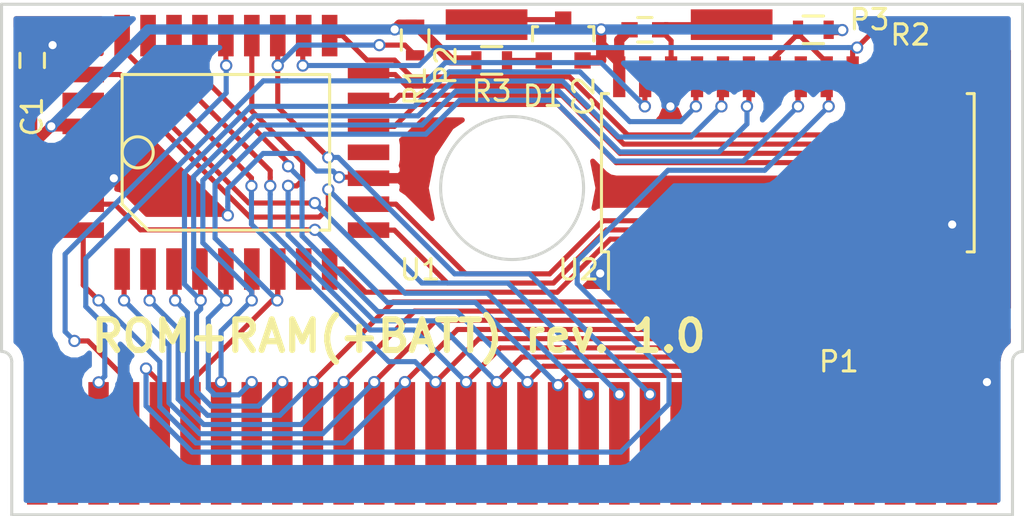
<source format=kicad_pcb>
(kicad_pcb (version 4) (host pcbnew 4.0.1-stable)

  (general
    (links 69)
    (no_connects 8)
    (area 123.924999 85.625 174.075001 111.075001)
    (thickness 1)
    (drawings 10)
    (tracks 596)
    (zones 0)
    (modules 11)
    (nets 39)
  )

  (page A4)
  (layers
    (0 F.Cu signal)
    (31 B.Cu signal)
    (32 B.Adhes user)
    (33 F.Adhes user)
    (34 B.Paste user)
    (35 F.Paste user)
    (36 B.SilkS user)
    (37 F.SilkS user)
    (38 B.Mask user)
    (39 F.Mask user)
    (40 Dwgs.User user)
    (41 Cmts.User user)
    (42 Eco1.User user)
    (43 Eco2.User user)
    (44 Edge.Cuts user)
    (45 Margin user)
    (46 B.CrtYd user)
    (47 F.CrtYd user)
    (48 B.Fab user)
    (49 F.Fab user)
  )

  (setup
    (last_trace_width 0.25)
    (trace_clearance 0.2)
    (zone_clearance 0.508)
    (zone_45_only no)
    (trace_min 0.2)
    (segment_width 0.2)
    (edge_width 0.15)
    (via_size 0.6)
    (via_drill 0.4)
    (via_min_size 0.4)
    (via_min_drill 0.3)
    (uvia_size 0.3)
    (uvia_drill 0.1)
    (uvias_allowed no)
    (uvia_min_size 0.2)
    (uvia_min_drill 0.1)
    (pcb_text_width 0.3)
    (pcb_text_size 1.5 1.5)
    (mod_edge_width 0.15)
    (mod_text_size 1 1)
    (mod_text_width 0.15)
    (pad_size 1.524 1.524)
    (pad_drill 0.762)
    (pad_to_mask_clearance 0.2)
    (aux_axis_origin 0 0)
    (visible_elements FFFFFF7F)
    (pcbplotparams
      (layerselection 0x00030_80000001)
      (usegerberextensions false)
      (excludeedgelayer true)
      (linewidth 0.100000)
      (plotframeref false)
      (viasonmask false)
      (mode 1)
      (useauxorigin false)
      (hpglpennumber 1)
      (hpglpenspeed 20)
      (hpglpendiameter 15)
      (hpglpenoverlay 2)
      (psnegative false)
      (psa4output false)
      (plotreference true)
      (plotvalue true)
      (plotinvisibletext false)
      (padsonsilk false)
      (subtractmaskfromsilk false)
      (outputformat 4)
      (mirror false)
      (drillshape 0)
      (scaleselection 1)
      (outputdirectory ""))
  )

  (net 0 "")
  (net 1 VCC)
  (net 2 "Net-(P1-Pad2)")
  (net 3 "Net-(P1-Pad30)")
  (net 4 "Net-(P1-Pad31)")
  (net 5 GND)
  (net 6 "Net-(U1-Pad1)")
  (net 7 "Net-(U1-Pad12)")
  (net 8 "Net-(U1-Pad17)")
  (net 9 "Net-(U1-Pad26)")
  (net 10 D0)
  (net 11 D1)
  (net 12 D2)
  (net 13 D3)
  (net 14 D4)
  (net 15 D5)
  (net 16 D6)
  (net 17 D7)
  (net 18 A0)
  (net 19 A1)
  (net 20 A2)
  (net 21 A3)
  (net 22 A4)
  (net 23 A5)
  (net 24 A6)
  (net 25 A7)
  (net 26 A8)
  (net 27 A9)
  (net 28 A10)
  (net 29 A11)
  (net 30 A12)
  (net 31 A13)
  (net 32 A14)
  (net 33 A15)
  (net 34 ROM_OE)
  (net 35 WE)
  (net 36 RAM_CE)
  (net 37 "Net-(D1-Pad1)")
  (net 38 "Net-(D1-Pad3)")

  (net_class Default "Dies ist die voreingestellte Netzklasse."
    (clearance 0.2)
    (trace_width 0.25)
    (via_dia 0.6)
    (via_drill 0.4)
    (uvia_dia 0.3)
    (uvia_drill 0.1)
    (add_net A0)
    (add_net A1)
    (add_net A10)
    (add_net A11)
    (add_net A12)
    (add_net A13)
    (add_net A14)
    (add_net A15)
    (add_net A2)
    (add_net A3)
    (add_net A4)
    (add_net A5)
    (add_net A6)
    (add_net A7)
    (add_net A8)
    (add_net A9)
    (add_net D0)
    (add_net D1)
    (add_net D2)
    (add_net D3)
    (add_net D4)
    (add_net D5)
    (add_net D6)
    (add_net D7)
    (add_net GND)
    (add_net "Net-(D1-Pad1)")
    (add_net "Net-(D1-Pad3)")
    (add_net "Net-(P1-Pad2)")
    (add_net "Net-(P1-Pad30)")
    (add_net "Net-(P1-Pad31)")
    (add_net "Net-(U1-Pad1)")
    (add_net "Net-(U1-Pad12)")
    (add_net "Net-(U1-Pad17)")
    (add_net "Net-(U1-Pad26)")
    (add_net RAM_CE)
    (add_net ROM_OE)
    (add_net WE)
  )

  (net_class VCC ""
    (clearance 0.2)
    (trace_width 0.5)
    (via_dia 0.6)
    (via_drill 0.4)
    (uvia_dia 0.3)
    (uvia_drill 0.1)
    (add_net VCC)
  )

  (module gb_cart_edge:PLCC-32 (layer F.Cu) (tedit 569FF927) (tstamp 569F6187)
    (at 134.985 93.25 90)
    (descr "Support CMS Plcc 32 pins")
    (tags "CMS Plcc")
    (path /569E1018)
    (attr smd)
    (fp_text reference U1 (at -5.75 9.515 180) (layer F.SilkS)
      (effects (font (size 1 1) (thickness 0.15)))
    )
    (fp_text value 27C512PLCC (at -8.89 0 180) (layer F.Fab)
      (effects (font (size 1 1) (thickness 0.15)))
    )
    (fp_circle (center 0 -4.318) (end 0 -5.08) (layer F.SilkS) (width 0.15))
    (fp_line (start 3.81 -5.08) (end -2.54 -5.08) (layer F.SilkS) (width 0.15))
    (fp_line (start -2.54 -5.08) (end -3.81 -3.81) (layer F.SilkS) (width 0.15))
    (fp_line (start -3.81 -3.81) (end -3.81 5.08) (layer F.SilkS) (width 0.15))
    (fp_line (start -3.81 5.08) (end 3.81 5.08) (layer F.SilkS) (width 0.15))
    (fp_line (start 3.81 5.08) (end 3.81 -5.08) (layer F.SilkS) (width 0.15))
    (pad 1 smd rect (at 0 -6.985 90) (size 0.762 2.032) (layers F.Cu F.Paste F.Mask)
      (net 6 "Net-(U1-Pad1)"))
    (pad 2 smd rect (at -1.27 -6.985 90) (size 0.762 2.032) (layers F.Cu F.Paste F.Mask)
      (net 5 GND))
    (pad 3 smd rect (at -2.54 -6.985 90) (size 0.762 2.032) (layers F.Cu F.Paste F.Mask)
      (net 30 A12))
    (pad 4 smd rect (at -3.81 -6.985 90) (size 0.762 2.032) (layers F.Cu F.Paste F.Mask)
      (net 25 A7))
    (pad 5 smd rect (at -5.715 -5.08 90) (size 2.032 0.762) (layers F.Cu F.Paste F.Mask)
      (net 24 A6))
    (pad 6 smd rect (at -5.715 -3.81 90) (size 2.032 0.762) (layers F.Cu F.Paste F.Mask)
      (net 23 A5))
    (pad 7 smd rect (at -5.715 -2.54 90) (size 2.032 0.762) (layers F.Cu F.Paste F.Mask)
      (net 22 A4))
    (pad 8 smd rect (at -5.715 -1.27 90) (size 2.032 0.762) (layers F.Cu F.Paste F.Mask)
      (net 21 A3))
    (pad 9 smd rect (at -5.715 0 90) (size 2.032 0.762) (layers F.Cu F.Paste F.Mask)
      (net 20 A2))
    (pad 10 smd rect (at -5.715 1.27 90) (size 2.032 0.762) (layers F.Cu F.Paste F.Mask)
      (net 19 A1))
    (pad 11 smd rect (at -5.715 2.54 90) (size 2.032 0.762) (layers F.Cu F.Paste F.Mask)
      (net 18 A0))
    (pad 12 smd rect (at -5.715 3.81 90) (size 2.032 0.762) (layers F.Cu F.Paste F.Mask)
      (net 7 "Net-(U1-Pad12)"))
    (pad 13 smd rect (at -5.715 5.08 90) (size 2.032 0.762) (layers F.Cu F.Paste F.Mask)
      (net 10 D0))
    (pad 14 smd rect (at -3.81 6.985 90) (size 0.762 2.032) (layers F.Cu F.Paste F.Mask)
      (net 11 D1))
    (pad 15 smd rect (at -2.54 6.985 90) (size 0.762 2.032) (layers F.Cu F.Paste F.Mask)
      (net 12 D2))
    (pad 16 smd rect (at -1.27 6.985 90) (size 0.762 2.032) (layers F.Cu F.Paste F.Mask)
      (net 5 GND))
    (pad 17 smd rect (at 0 6.985 90) (size 0.762 2.032) (layers F.Cu F.Paste F.Mask)
      (net 8 "Net-(U1-Pad17)"))
    (pad 18 smd rect (at 1.27 6.985 90) (size 0.762 2.032) (layers F.Cu F.Paste F.Mask)
      (net 13 D3))
    (pad 19 smd rect (at 2.54 6.985 90) (size 0.762 2.032) (layers F.Cu F.Paste F.Mask)
      (net 14 D4))
    (pad 20 smd rect (at 3.81 6.985 90) (size 0.762 2.032) (layers F.Cu F.Paste F.Mask)
      (net 15 D5))
    (pad 21 smd rect (at 5.715 5.08 90) (size 2.032 0.762) (layers F.Cu F.Paste F.Mask)
      (net 16 D6))
    (pad 22 smd rect (at 5.715 3.81 90) (size 2.032 0.762) (layers F.Cu F.Paste F.Mask)
      (net 17 D7))
    (pad 23 smd rect (at 5.715 2.54 90) (size 2.032 0.762) (layers F.Cu F.Paste F.Mask)
      (net 33 A15))
    (pad 24 smd rect (at 5.715 1.27 90) (size 2.032 0.762) (layers F.Cu F.Paste F.Mask)
      (net 28 A10))
    (pad 25 smd rect (at 5.715 0 90) (size 2.032 0.762) (layers F.Cu F.Paste F.Mask)
      (net 34 ROM_OE))
    (pad 26 smd rect (at 5.715 -1.27 90) (size 2.032 0.762) (layers F.Cu F.Paste F.Mask)
      (net 9 "Net-(U1-Pad26)"))
    (pad 27 smd rect (at 5.715 -2.54 90) (size 2.032 0.762) (layers F.Cu F.Paste F.Mask)
      (net 29 A11))
    (pad 28 smd rect (at 5.715 -3.81 90) (size 2.032 0.762) (layers F.Cu F.Paste F.Mask)
      (net 27 A9))
    (pad 29 smd rect (at 5.715 -5.08 90) (size 2.032 0.762) (layers F.Cu F.Paste F.Mask)
      (net 26 A8))
    (pad 30 smd rect (at 3.81 -6.985 90) (size 0.762 2.032) (layers F.Cu F.Paste F.Mask)
      (net 31 A13))
    (pad 31 smd rect (at 2.54 -6.985 90) (size 0.762 2.032) (layers F.Cu F.Paste F.Mask)
      (net 32 A14))
    (pad 32 smd rect (at 1.27 -6.985 90) (size 0.762 2.032) (layers F.Cu F.Paste F.Mask)
      (net 1 VCC))
  )

  (module Housings_SOIC:SOIC-28_7.5x17.9mm_Pitch1.27mm (layer F.Cu) (tedit 54130A77) (tstamp 569FD121)
    (at 162.5 94.25 90)
    (descr "28-Lead Plastic Small Outline (SO) - Wide, 7.50 mm Body [SOIC] (see Microchip Packaging Specification 00000049BS.pdf)")
    (tags "SOIC 1.27")
    (path /569E117E)
    (attr smd)
    (fp_text reference U2 (at -4.75 -10.25 180) (layer F.SilkS)
      (effects (font (size 1 1) (thickness 0.15)))
    )
    (fp_text value HM62256BLFP-7SLT (at 0 10.05 90) (layer F.Fab)
      (effects (font (size 1 1) (thickness 0.15)))
    )
    (fp_line (start -5.95 -9.3) (end -5.95 9.3) (layer F.CrtYd) (width 0.05))
    (fp_line (start 5.95 -9.3) (end 5.95 9.3) (layer F.CrtYd) (width 0.05))
    (fp_line (start -5.95 -9.3) (end 5.95 -9.3) (layer F.CrtYd) (width 0.05))
    (fp_line (start -5.95 9.3) (end 5.95 9.3) (layer F.CrtYd) (width 0.05))
    (fp_line (start -3.875 -9.125) (end -3.875 -8.78) (layer F.SilkS) (width 0.15))
    (fp_line (start 3.875 -9.125) (end 3.875 -8.78) (layer F.SilkS) (width 0.15))
    (fp_line (start 3.875 9.125) (end 3.875 8.78) (layer F.SilkS) (width 0.15))
    (fp_line (start -3.875 9.125) (end -3.875 8.78) (layer F.SilkS) (width 0.15))
    (fp_line (start -3.875 -9.125) (end 3.875 -9.125) (layer F.SilkS) (width 0.15))
    (fp_line (start -3.875 9.125) (end 3.875 9.125) (layer F.SilkS) (width 0.15))
    (fp_line (start -3.875 -8.78) (end -5.7 -8.78) (layer F.SilkS) (width 0.15))
    (pad 1 smd rect (at -4.7 -8.255 90) (size 2 0.6) (layers F.Cu F.Paste F.Mask)
      (net 5 GND))
    (pad 2 smd rect (at -4.7 -6.985 90) (size 2 0.6) (layers F.Cu F.Paste F.Mask)
      (net 22 A4))
    (pad 3 smd rect (at -4.7 -5.715 90) (size 2 0.6) (layers F.Cu F.Paste F.Mask)
      (net 23 A5))
    (pad 4 smd rect (at -4.7 -4.445 90) (size 2 0.6) (layers F.Cu F.Paste F.Mask)
      (net 24 A6))
    (pad 5 smd rect (at -4.7 -3.175 90) (size 2 0.6) (layers F.Cu F.Paste F.Mask)
      (net 25 A7))
    (pad 6 smd rect (at -4.7 -1.905 90) (size 2 0.6) (layers F.Cu F.Paste F.Mask)
      (net 26 A8))
    (pad 7 smd rect (at -4.7 -0.635 90) (size 2 0.6) (layers F.Cu F.Paste F.Mask)
      (net 27 A9))
    (pad 8 smd rect (at -4.7 0.635 90) (size 2 0.6) (layers F.Cu F.Paste F.Mask)
      (net 28 A10))
    (pad 9 smd rect (at -4.7 1.905 90) (size 2 0.6) (layers F.Cu F.Paste F.Mask)
      (net 29 A11))
    (pad 10 smd rect (at -4.7 3.175 90) (size 2 0.6) (layers F.Cu F.Paste F.Mask)
      (net 30 A12))
    (pad 11 smd rect (at -4.7 4.445 90) (size 2 0.6) (layers F.Cu F.Paste F.Mask)
      (net 10 D0))
    (pad 12 smd rect (at -4.7 5.715 90) (size 2 0.6) (layers F.Cu F.Paste F.Mask)
      (net 11 D1))
    (pad 13 smd rect (at -4.7 6.985 90) (size 2 0.6) (layers F.Cu F.Paste F.Mask)
      (net 12 D2))
    (pad 14 smd rect (at -4.7 8.255 90) (size 2 0.6) (layers F.Cu F.Paste F.Mask)
      (net 5 GND))
    (pad 15 smd rect (at 4.7 8.255 90) (size 2 0.6) (layers F.Cu F.Paste F.Mask)
      (net 13 D3))
    (pad 16 smd rect (at 4.7 6.985 90) (size 2 0.6) (layers F.Cu F.Paste F.Mask)
      (net 14 D4))
    (pad 17 smd rect (at 4.7 5.715 90) (size 2 0.6) (layers F.Cu F.Paste F.Mask)
      (net 15 D5))
    (pad 18 smd rect (at 4.7 4.445 90) (size 2 0.6) (layers F.Cu F.Paste F.Mask)
      (net 16 D6))
    (pad 19 smd rect (at 4.7 3.175 90) (size 2 0.6) (layers F.Cu F.Paste F.Mask)
      (net 17 D7))
    (pad 20 smd rect (at 4.7 1.905 90) (size 2 0.6) (layers F.Cu F.Paste F.Mask)
      (net 36 RAM_CE))
    (pad 21 smd rect (at 4.7 0.635 90) (size 2 0.6) (layers F.Cu F.Paste F.Mask)
      (net 18 A0))
    (pad 22 smd rect (at 4.7 -0.635 90) (size 2 0.6) (layers F.Cu F.Paste F.Mask)
      (net 36 RAM_CE))
    (pad 23 smd rect (at 4.7 -1.905 90) (size 2 0.6) (layers F.Cu F.Paste F.Mask)
      (net 19 A1))
    (pad 24 smd rect (at 4.7 -3.175 90) (size 2 0.6) (layers F.Cu F.Paste F.Mask)
      (net 20 A2))
    (pad 25 smd rect (at 4.7 -4.445 90) (size 2 0.6) (layers F.Cu F.Paste F.Mask)
      (net 21 A3))
    (pad 26 smd rect (at 4.7 -5.715 90) (size 2 0.6) (layers F.Cu F.Paste F.Mask)
      (net 5 GND))
    (pad 27 smd rect (at 4.7 -6.985 90) (size 2 0.6) (layers F.Cu F.Paste F.Mask)
      (net 35 WE))
    (pad 28 smd rect (at 4.7 -8.255 90) (size 2 0.6) (layers F.Cu F.Paste F.Mask)
      (net 1 VCC))
    (model Housings_SOIC.3dshapes/SOIC-28_7.5x17.9mm_Pitch1.27mm.wrl
      (at (xyz 0 0 0))
      (scale (xyz 1 1 1))
      (rotate (xyz 0 0 0))
    )
  )

  (module gb_cart_edge:GB_CART_EDGE (layer F.Cu) (tedit 564F984A) (tstamp 569F6157)
    (at 148.75 104.5)
    (path /564F8DA9)
    (fp_text reference P1 (at 16.25 -1) (layer F.SilkS)
      (effects (font (size 1 1) (thickness 0.15)))
    )
    (fp_text value GB_CART_CONN (at -6.5 -1) (layer F.Fab)
      (effects (font (size 1 1) (thickness 0.15)))
    )
    (pad 1 connect rect (at -23 3) (size 1 6) (layers F.Cu F.Mask)
      (net 1 VCC))
    (pad 2 connect rect (at -21.5 3) (size 1 6) (layers F.Cu F.Mask)
      (net 2 "Net-(P1-Pad2)"))
    (pad 3 connect rect (at -20 3) (size 1 6) (layers F.Cu F.Mask)
      (net 35 WE))
    (pad 4 connect rect (at -18.5 3) (size 1 6) (layers F.Cu F.Mask)
      (net 34 ROM_OE))
    (pad 5 connect rect (at -17 3) (size 1 6) (layers F.Cu F.Mask)
      (net 36 RAM_CE))
    (pad 6 connect rect (at -15.5 3) (size 1 6) (layers F.Cu F.Mask)
      (net 18 A0))
    (pad 7 connect rect (at -14 3) (size 1 6) (layers F.Cu F.Mask)
      (net 19 A1))
    (pad 8 connect rect (at -12.5 3) (size 1 6) (layers F.Cu F.Mask)
      (net 20 A2))
    (pad 9 connect rect (at -11 3) (size 1 6) (layers F.Cu F.Mask)
      (net 21 A3))
    (pad 10 connect rect (at -9.5 3) (size 1 6) (layers F.Cu F.Mask)
      (net 22 A4))
    (pad 11 connect rect (at -8 3) (size 1 6) (layers F.Cu F.Mask)
      (net 23 A5))
    (pad 12 connect rect (at -6.5 3) (size 1 6) (layers F.Cu F.Mask)
      (net 24 A6))
    (pad 13 connect rect (at -5 3) (size 1 6) (layers F.Cu F.Mask)
      (net 25 A7))
    (pad 14 connect rect (at -3.5 3) (size 1 6) (layers F.Cu F.Mask)
      (net 26 A8))
    (pad 15 connect rect (at -2 3) (size 1 6) (layers F.Cu F.Mask)
      (net 27 A9))
    (pad 16 connect rect (at -0.5 3) (size 1 6) (layers F.Cu F.Mask)
      (net 28 A10))
    (pad 17 connect rect (at 1 3) (size 1 6) (layers F.Cu F.Mask)
      (net 29 A11))
    (pad 18 connect rect (at 2.5 3) (size 1 6) (layers F.Cu F.Mask)
      (net 30 A12))
    (pad 19 connect rect (at 4 3) (size 1 6) (layers F.Cu F.Mask)
      (net 31 A13))
    (pad 20 connect rect (at 5.5 3) (size 1 6) (layers F.Cu F.Mask)
      (net 32 A14))
    (pad 21 connect rect (at 7 3) (size 1 6) (layers F.Cu F.Mask)
      (net 33 A15))
    (pad 22 connect rect (at 8.5 3) (size 1 6) (layers F.Cu F.Mask)
      (net 10 D0))
    (pad 23 connect rect (at 10 3) (size 1 6) (layers F.Cu F.Mask)
      (net 11 D1))
    (pad 24 connect rect (at 11.5 3) (size 1 6) (layers F.Cu F.Mask)
      (net 12 D2))
    (pad 25 connect rect (at 13 3) (size 1 6) (layers F.Cu F.Mask)
      (net 13 D3))
    (pad 26 connect rect (at 14.5 3) (size 1 6) (layers F.Cu F.Mask)
      (net 14 D4))
    (pad 27 connect rect (at 16 3) (size 1 6) (layers F.Cu F.Mask)
      (net 15 D5))
    (pad 28 connect rect (at 17.5 3) (size 1 6) (layers F.Cu F.Mask)
      (net 16 D6))
    (pad 29 connect rect (at 19 3) (size 1 6) (layers F.Cu F.Mask)
      (net 17 D7))
    (pad 30 connect rect (at 20.5 3) (size 1 6) (layers F.Cu F.Mask)
      (net 3 "Net-(P1-Pad30)"))
    (pad 31 connect rect (at 22 3) (size 1 6) (layers F.Cu F.Mask)
      (net 4 "Net-(P1-Pad31)"))
    (pad 32 connect rect (at 23.5 3) (size 1 6) (layers F.Cu F.Mask)
      (net 5 GND))
  )

  (module Capacitors_SMD:C_0603 (layer F.Cu) (tedit 5415D631) (tstamp 56A0B575)
    (at 125.5 88.75 90)
    (descr "Capacitor SMD 0603, reflow soldering, AVX (see smccp.pdf)")
    (tags "capacitor 0603")
    (path /56A0AE6C)
    (attr smd)
    (fp_text reference C1 (at -2.75 0 90) (layer F.SilkS)
      (effects (font (size 1 1) (thickness 0.15)))
    )
    (fp_text value 100n (at 0 1.9 90) (layer F.Fab)
      (effects (font (size 1 1) (thickness 0.15)))
    )
    (fp_line (start -1.45 -0.75) (end 1.45 -0.75) (layer F.CrtYd) (width 0.05))
    (fp_line (start -1.45 0.75) (end 1.45 0.75) (layer F.CrtYd) (width 0.05))
    (fp_line (start -1.45 -0.75) (end -1.45 0.75) (layer F.CrtYd) (width 0.05))
    (fp_line (start 1.45 -0.75) (end 1.45 0.75) (layer F.CrtYd) (width 0.05))
    (fp_line (start -0.35 -0.6) (end 0.35 -0.6) (layer F.SilkS) (width 0.15))
    (fp_line (start 0.35 0.6) (end -0.35 0.6) (layer F.SilkS) (width 0.15))
    (pad 1 smd rect (at -0.75 0 90) (size 0.8 0.75) (layers F.Cu F.Paste F.Mask)
      (net 1 VCC))
    (pad 2 smd rect (at 0.75 0 90) (size 0.8 0.75) (layers F.Cu F.Paste F.Mask)
      (net 5 GND))
    (model Capacitors_SMD.3dshapes/C_0603.wrl
      (at (xyz 0 0 0))
      (scale (xyz 1 1 1))
      (rotate (xyz 0 0 0))
    )
  )

  (module Capacitors_SMD:C_0603 (layer F.Cu) (tedit 5415D631) (tstamp 56A0B581)
    (at 155.5 87.25)
    (descr "Capacitor SMD 0603, reflow soldering, AVX (see smccp.pdf)")
    (tags "capacitor 0603")
    (path /56A0B265)
    (attr smd)
    (fp_text reference C2 (at -3 3.25 90) (layer F.SilkS)
      (effects (font (size 1 1) (thickness 0.15)))
    )
    (fp_text value 100n (at 0 1.9) (layer F.Fab)
      (effects (font (size 1 1) (thickness 0.15)))
    )
    (fp_line (start -1.45 -0.75) (end 1.45 -0.75) (layer F.CrtYd) (width 0.05))
    (fp_line (start -1.45 0.75) (end 1.45 0.75) (layer F.CrtYd) (width 0.05))
    (fp_line (start -1.45 -0.75) (end -1.45 0.75) (layer F.CrtYd) (width 0.05))
    (fp_line (start 1.45 -0.75) (end 1.45 0.75) (layer F.CrtYd) (width 0.05))
    (fp_line (start -0.35 -0.6) (end 0.35 -0.6) (layer F.SilkS) (width 0.15))
    (fp_line (start 0.35 0.6) (end -0.35 0.6) (layer F.SilkS) (width 0.15))
    (pad 1 smd rect (at -0.75 0) (size 0.8 0.75) (layers F.Cu F.Paste F.Mask)
      (net 1 VCC))
    (pad 2 smd rect (at 0.75 0) (size 0.8 0.75) (layers F.Cu F.Paste F.Mask)
      (net 5 GND))
    (model Capacitors_SMD.3dshapes/C_0603.wrl
      (at (xyz 0 0 0))
      (scale (xyz 1 1 1))
      (rotate (xyz 0 0 0))
    )
  )

  (module TO_SOT_Packages_SMD:SOT-23 (layer F.Cu) (tedit 553634F8) (tstamp 56A27E72)
    (at 151.5 87.75)
    (descr "SOT-23, Standard")
    (tags SOT-23)
    (path /56A1186C)
    (attr smd)
    (fp_text reference D1 (at -1 2.75) (layer F.SilkS)
      (effects (font (size 1 1) (thickness 0.15)))
    )
    (fp_text value BA54S (at 0 2.3) (layer F.Fab)
      (effects (font (size 1 1) (thickness 0.15)))
    )
    (fp_line (start -1.65 -1.6) (end 1.65 -1.6) (layer F.CrtYd) (width 0.05))
    (fp_line (start 1.65 -1.6) (end 1.65 1.6) (layer F.CrtYd) (width 0.05))
    (fp_line (start 1.65 1.6) (end -1.65 1.6) (layer F.CrtYd) (width 0.05))
    (fp_line (start -1.65 1.6) (end -1.65 -1.6) (layer F.CrtYd) (width 0.05))
    (fp_line (start 1.29916 -0.65024) (end 1.2509 -0.65024) (layer F.SilkS) (width 0.15))
    (fp_line (start -1.49982 0.0508) (end -1.49982 -0.65024) (layer F.SilkS) (width 0.15))
    (fp_line (start -1.49982 -0.65024) (end -1.2509 -0.65024) (layer F.SilkS) (width 0.15))
    (fp_line (start 1.29916 -0.65024) (end 1.49982 -0.65024) (layer F.SilkS) (width 0.15))
    (fp_line (start 1.49982 -0.65024) (end 1.49982 0.0508) (layer F.SilkS) (width 0.15))
    (pad 1 smd rect (at -0.95 1.00076) (size 0.8001 0.8001) (layers F.Cu F.Paste F.Mask)
      (net 37 "Net-(D1-Pad1)"))
    (pad 2 smd rect (at 0.95 1.00076) (size 0.8001 0.8001) (layers F.Cu F.Paste F.Mask)
      (net 1 VCC))
    (pad 3 smd rect (at 0 -0.99822) (size 0.8001 0.8001) (layers F.Cu F.Paste F.Mask)
      (net 38 "Net-(D1-Pad3)"))
    (model TO_SOT_Packages_SMD.3dshapes/SOT-23.wrl
      (at (xyz 0 0 0))
      (scale (xyz 1 1 1))
      (rotate (xyz 0 0 0))
    )
  )

  (module gb_cart_edge:Wire_pad_4x1-5mm (layer F.Cu) (tedit 56A2796E) (tstamp 56A27E77)
    (at 147.75 87)
    (path /56A11A1A)
    (fp_text reference P2 (at -2 2 90) (layer F.SilkS)
      (effects (font (size 1 1) (thickness 0.15)))
    )
    (fp_text value CONN_01X01 (at 0 -0.25) (layer F.Fab)
      (effects (font (size 1 1) (thickness 0.15)))
    )
    (pad 1 connect rect (at 0 0) (size 4 1.5) (layers F.Cu F.Mask)
      (net 38 "Net-(D1-Pad3)"))
  )

  (module gb_cart_edge:Wire_pad_4x1-5mm (layer F.Cu) (tedit 56A2796E) (tstamp 56A27E7C)
    (at 159.75 87)
    (path /56A11ACC)
    (fp_text reference P3 (at 6.75 -0.25) (layer F.SilkS)
      (effects (font (size 1 1) (thickness 0.15)))
    )
    (fp_text value CONN_01X01 (at 0 -0.25) (layer F.Fab)
      (effects (font (size 1 1) (thickness 0.15)))
    )
    (pad 1 connect rect (at 0 0) (size 4 1.5) (layers F.Cu F.Mask)
      (net 5 GND))
  )

  (module Resistors_SMD:R_0603 (layer F.Cu) (tedit 5415CC62) (tstamp 56A27E88)
    (at 144.25 87.75 90)
    (descr "Resistor SMD 0603, reflow soldering, Vishay (see dcrcw.pdf)")
    (tags "resistor 0603")
    (path /56A26C3B)
    (attr smd)
    (fp_text reference R1 (at -2.25 0 90) (layer F.SilkS)
      (effects (font (size 1 1) (thickness 0.15)))
    )
    (fp_text value 100k (at 0 1.9 90) (layer F.Fab)
      (effects (font (size 1 1) (thickness 0.15)))
    )
    (fp_line (start -1.3 -0.8) (end 1.3 -0.8) (layer F.CrtYd) (width 0.05))
    (fp_line (start -1.3 0.8) (end 1.3 0.8) (layer F.CrtYd) (width 0.05))
    (fp_line (start -1.3 -0.8) (end -1.3 0.8) (layer F.CrtYd) (width 0.05))
    (fp_line (start 1.3 -0.8) (end 1.3 0.8) (layer F.CrtYd) (width 0.05))
    (fp_line (start 0.5 0.675) (end -0.5 0.675) (layer F.SilkS) (width 0.15))
    (fp_line (start -0.5 -0.675) (end 0.5 -0.675) (layer F.SilkS) (width 0.15))
    (pad 1 smd rect (at -0.75 0 90) (size 0.5 0.9) (layers F.Cu F.Paste F.Mask)
      (net 33 A15))
    (pad 2 smd rect (at 0.75 0 90) (size 0.5 0.9) (layers F.Cu F.Paste F.Mask)
      (net 1 VCC))
    (model Resistors_SMD.3dshapes/R_0603.wrl
      (at (xyz 0 0 0))
      (scale (xyz 1 1 1))
      (rotate (xyz 0 0 0))
    )
  )

  (module Resistors_SMD:R_0603 (layer F.Cu) (tedit 5415CC62) (tstamp 56A27E94)
    (at 163.75 87.25)
    (descr "Resistor SMD 0603, reflow soldering, Vishay (see dcrcw.pdf)")
    (tags "resistor 0603")
    (path /56A26C05)
    (attr smd)
    (fp_text reference R2 (at 4.75 0.25) (layer F.SilkS)
      (effects (font (size 1 1) (thickness 0.15)))
    )
    (fp_text value 100k (at 0 1.9) (layer F.Fab)
      (effects (font (size 1 1) (thickness 0.15)))
    )
    (fp_line (start -1.3 -0.8) (end 1.3 -0.8) (layer F.CrtYd) (width 0.05))
    (fp_line (start -1.3 0.8) (end 1.3 0.8) (layer F.CrtYd) (width 0.05))
    (fp_line (start -1.3 -0.8) (end -1.3 0.8) (layer F.CrtYd) (width 0.05))
    (fp_line (start 1.3 -0.8) (end 1.3 0.8) (layer F.CrtYd) (width 0.05))
    (fp_line (start 0.5 0.675) (end -0.5 0.675) (layer F.SilkS) (width 0.15))
    (fp_line (start -0.5 -0.675) (end 0.5 -0.675) (layer F.SilkS) (width 0.15))
    (pad 1 smd rect (at -0.75 0) (size 0.5 0.9) (layers F.Cu F.Paste F.Mask)
      (net 36 RAM_CE))
    (pad 2 smd rect (at 0.75 0) (size 0.5 0.9) (layers F.Cu F.Paste F.Mask)
      (net 1 VCC))
    (model Resistors_SMD.3dshapes/R_0603.wrl
      (at (xyz 0 0 0))
      (scale (xyz 1 1 1))
      (rotate (xyz 0 0 0))
    )
  )

  (module Resistors_SMD:R_0603 (layer F.Cu) (tedit 5415CC62) (tstamp 56A27EA0)
    (at 148 88.75)
    (descr "Resistor SMD 0603, reflow soldering, Vishay (see dcrcw.pdf)")
    (tags "resistor 0603")
    (path /56A27812)
    (attr smd)
    (fp_text reference R3 (at 0 1.5) (layer F.SilkS)
      (effects (font (size 1 1) (thickness 0.15)))
    )
    (fp_text value 200 (at 0 1.9) (layer F.Fab)
      (effects (font (size 1 1) (thickness 0.15)))
    )
    (fp_line (start -1.3 -0.8) (end 1.3 -0.8) (layer F.CrtYd) (width 0.05))
    (fp_line (start -1.3 0.8) (end 1.3 0.8) (layer F.CrtYd) (width 0.05))
    (fp_line (start -1.3 -0.8) (end -1.3 0.8) (layer F.CrtYd) (width 0.05))
    (fp_line (start 1.3 -0.8) (end 1.3 0.8) (layer F.CrtYd) (width 0.05))
    (fp_line (start 0.5 0.675) (end -0.5 0.675) (layer F.SilkS) (width 0.15))
    (fp_line (start -0.5 -0.675) (end 0.5 -0.675) (layer F.SilkS) (width 0.15))
    (pad 1 smd rect (at -0.75 0) (size 0.5 0.9) (layers F.Cu F.Paste F.Mask)
      (net 1 VCC))
    (pad 2 smd rect (at 0.75 0) (size 0.5 0.9) (layers F.Cu F.Paste F.Mask)
      (net 37 "Net-(D1-Pad1)"))
    (model Resistors_SMD.3dshapes/R_0603.wrl
      (at (xyz 0 0 0))
      (scale (xyz 1 1 1))
      (rotate (xyz 0 0 0))
    )
  )

  (gr_text "ROM+RAM(+BATT) rev. 1.0" (at 128.25 102.25) (layer F.SilkS)
    (effects (font (size 1.5 1.5) (thickness 0.3)) (justify left))
  )
  (gr_arc (start 174 103.5) (end 173.5 103.5) (angle 90) (layer Edge.Cuts) (width 0.15))
  (gr_arc (start 124 103.5) (end 124 103) (angle 90) (layer Edge.Cuts) (width 0.15))
  (gr_line (start 174 86) (end 174 103) (layer Edge.Cuts) (width 0.15))
  (gr_line (start 173.5 111) (end 173.5 103.5) (layer Edge.Cuts) (width 0.15))
  (gr_line (start 124.5 111) (end 173.5 111) (layer Edge.Cuts) (width 0.15))
  (gr_line (start 124.5 103.5) (end 124.5 111) (layer Edge.Cuts) (width 0.15))
  (gr_line (start 124 86) (end 124 103) (layer Edge.Cuts) (width 0.15))
  (gr_circle (center 149 95) (end 152.5 95) (layer Edge.Cuts) (width 0.15))
  (gr_line (start 174 86) (end 124 86) (angle 90) (layer Edge.Cuts) (width 0.15))

  (segment (start 164.741865 87.26416) (end 165.166129 87.26416) (width 0.5) (layer F.Cu) (net 1))
  (segment (start 164.51416 87.26416) (end 164.741865 87.26416) (width 0.5) (layer F.Cu) (net 1))
  (segment (start 164.5 87.25) (end 164.51416 87.26416) (width 0.5) (layer F.Cu) (net 1))
  (segment (start 165.136469 87.2345) (end 165.166129 87.26416) (width 0.5) (layer B.Cu) (net 1))
  (segment (start 153.361714 87.2345) (end 165.136469 87.2345) (width 0.5) (layer B.Cu) (net 1))
  (via (at 165.166129 87.26416) (size 0.6) (drill 0.4) (layers F.Cu B.Cu) (net 1))
  (segment (start 153.361714 87.966714) (end 153.361714 88.739096) (width 0.5) (layer F.Cu) (net 1))
  (segment (start 153.361714 88.739096) (end 153.35005 88.75076) (width 0.5) (layer F.Cu) (net 1))
  (segment (start 153.35005 88.75076) (end 152.45 88.75076) (width 0.5) (layer F.Cu) (net 1))
  (segment (start 144.25 87) (end 146 88.75) (width 0.5) (layer F.Cu) (net 1))
  (segment (start 146 88.75) (end 147.25 88.75) (width 0.5) (layer F.Cu) (net 1))
  (segment (start 131.179589 87.2345) (end 143.25 87.2345) (width 0.5) (layer B.Cu) (net 1))
  (segment (start 143.25 87.2345) (end 152.93745 87.2345) (width 0.5) (layer B.Cu) (net 1))
  (segment (start 144.25 87) (end 143.4845 87) (width 0.5) (layer F.Cu) (net 1))
  (segment (start 143.4845 87) (end 143.25 87.2345) (width 0.5) (layer F.Cu) (net 1))
  (via (at 143.25 87.2345) (size 0.6) (drill 0.4) (layers F.Cu B.Cu) (net 1))
  (segment (start 153.361714 87.966714) (end 153.361714 87.658764) (width 0.5) (layer F.Cu) (net 1))
  (segment (start 126.43733 91.976759) (end 131.179589 87.2345) (width 0.5) (layer B.Cu) (net 1))
  (segment (start 154.245 88.85) (end 153.361714 87.966714) (width 0.5) (layer F.Cu) (net 1))
  (segment (start 154.245 89.55) (end 154.245 88.85) (width 0.5) (layer F.Cu) (net 1))
  (segment (start 152.93745 87.2345) (end 153.361714 87.2345) (width 0.5) (layer B.Cu) (net 1))
  (segment (start 153.361714 87.658764) (end 153.361714 87.2345) (width 0.5) (layer F.Cu) (net 1))
  (via (at 153.361714 87.2345) (size 0.6) (drill 0.4) (layers F.Cu B.Cu) (net 1))
  (segment (start 125.75 92.664089) (end 125.5 92.414089) (width 0.5) (layer F.Cu) (net 1))
  (segment (start 125.5 92.414089) (end 125.5 89.5) (width 0.5) (layer F.Cu) (net 1))
  (segment (start 154.245 89.55) (end 154.245 87.755) (width 0.5) (layer F.Cu) (net 1))
  (segment (start 154.245 87.755) (end 154.75 87.25) (width 0.5) (layer F.Cu) (net 1))
  (segment (start 125.75 108) (end 125.75 92.664089) (width 0.5) (layer F.Cu) (net 1))
  (segment (start 126.137331 92.276758) (end 126.43733 91.976759) (width 0.5) (layer F.Cu) (net 1))
  (segment (start 126.440571 91.98) (end 126.43733 91.976759) (width 0.5) (layer F.Cu) (net 1))
  (segment (start 128 91.98) (end 126.440571 91.98) (width 0.5) (layer F.Cu) (net 1))
  (segment (start 125.75 92.664089) (end 126.137331 92.276758) (width 0.5) (layer F.Cu) (net 1))
  (via (at 126.43733 91.976759) (size 0.6) (drill 0.4) (layers F.Cu B.Cu) (net 1))
  (segment (start 159.75 87) (end 156.5 87) (width 0.25) (layer F.Cu) (net 5))
  (segment (start 156.5 87) (end 156.25 87.25) (width 0.25) (layer F.Cu) (net 5))
  (segment (start 125.25 89.25) (end 125.25 94) (width 0.25) (layer B.Cu) (net 5))
  (segment (start 125.25 94) (end 125.75 94.5) (width 0.25) (layer B.Cu) (net 5))
  (segment (start 126.5 88) (end 125.25 89.25) (width 0.25) (layer B.Cu) (net 5))
  (segment (start 125.5 88) (end 126.5 88) (width 0.25) (layer F.Cu) (net 5))
  (via (at 126.5 88) (size 0.6) (drill 0.4) (layers F.Cu B.Cu) (net 5))
  (segment (start 128 94.52) (end 129.5 94.52) (width 0.25) (layer F.Cu) (net 5))
  (segment (start 129.48 94.5) (end 129.5 94.52) (width 0.25) (layer B.Cu) (net 5))
  (via (at 129.5 94.52) (size 0.6) (drill 0.4) (layers F.Cu B.Cu) (net 5))
  (segment (start 129.5 94.52) (end 131.75 94.52) (width 0.25) (layer F.Cu) (net 5))
  (segment (start 125.75 94.5) (end 129.48 94.5) (width 0.25) (layer B.Cu) (net 5))
  (segment (start 125.75 105) (end 125.75 94.5) (width 0.25) (layer B.Cu) (net 5))
  (segment (start 130 109.25) (end 125.75 105) (width 0.25) (layer B.Cu) (net 5))
  (segment (start 156.785 89.55) (end 156.785 87.785) (width 0.25) (layer F.Cu) (net 5))
  (segment (start 156.785 87.785) (end 156.25 87.25) (width 0.25) (layer F.Cu) (net 5))
  (segment (start 172.25 104.5) (end 172.25 106.75) (width 0.25) (layer B.Cu) (net 5))
  (segment (start 172.25 106.75) (end 169.75 109.25) (width 0.25) (layer B.Cu) (net 5))
  (segment (start 169.75 109.25) (end 130 109.25) (width 0.25) (layer B.Cu) (net 5))
  (segment (start 156.75 91) (end 157.97069 89.77931) (width 0.25) (layer B.Cu) (net 5))
  (segment (start 170.548073 96.360586) (end 170.548073 96.78485) (width 0.25) (layer B.Cu) (net 5))
  (segment (start 157.97069 89.77931) (end 165.77931 89.77931) (width 0.25) (layer B.Cu) (net 5))
  (segment (start 165.77931 89.77931) (end 170.548073 94.548073) (width 0.25) (layer B.Cu) (net 5))
  (segment (start 170.548073 94.548073) (end 170.548073 96.360586) (width 0.25) (layer B.Cu) (net 5))
  (segment (start 172.25 98.486777) (end 170.848072 97.084849) (width 0.25) (layer B.Cu) (net 5))
  (segment (start 170.248074 97.084849) (end 170.548073 96.78485) (width 0.25) (layer B.Cu) (net 5))
  (segment (start 168.152664 99.180259) (end 170.248074 97.084849) (width 0.25) (layer B.Cu) (net 5))
  (segment (start 153.312968 99.180259) (end 168.152664 99.180259) (width 0.25) (layer B.Cu) (net 5))
  (segment (start 170.755 96.991777) (end 170.548073 96.78485) (width 0.25) (layer F.Cu) (net 5))
  (segment (start 170.848072 97.084849) (end 170.548073 96.78485) (width 0.25) (layer B.Cu) (net 5))
  (segment (start 170.755 98.95) (end 170.755 96.991777) (width 0.25) (layer F.Cu) (net 5))
  (via (at 170.548073 96.78485) (size 0.6) (drill 0.4) (layers F.Cu B.Cu) (net 5))
  (segment (start 172.25 104.5) (end 172.25 98.486777) (width 0.25) (layer B.Cu) (net 5))
  (segment (start 131.75 94.52) (end 133.26267 94.52) (width 0.25) (layer F.Cu) (net 5))
  (segment (start 156.785 89.55) (end 156.785 90.965) (width 0.25) (layer F.Cu) (net 5))
  (segment (start 156.785 90.965) (end 156.75 91) (width 0.25) (layer F.Cu) (net 5))
  (via (at 156.75 91) (size 0.6) (drill 0.4) (layers F.Cu B.Cu) (net 5))
  (segment (start 153.543227 98.95) (end 153.312968 99.180259) (width 0.25) (layer F.Cu) (net 5))
  (segment (start 154.245 98.95) (end 153.543227 98.95) (width 0.25) (layer F.Cu) (net 5))
  (via (at 153.312968 99.180259) (size 0.6) (drill 0.4) (layers F.Cu B.Cu) (net 5))
  (segment (start 133.26267 94.52) (end 134.778967 96.036297) (width 0.25) (layer F.Cu) (net 5))
  (segment (start 134.778967 96.036297) (end 135.078966 96.336296) (width 0.25) (layer F.Cu) (net 5))
  (segment (start 135.078966 95.912032) (end 135.078966 96.336296) (width 0.25) (layer B.Cu) (net 5))
  (segment (start 135.078966 95.036964) (end 135.078966 95.912032) (width 0.25) (layer B.Cu) (net 5))
  (segment (start 136.81041 93.30552) (end 135.078966 95.036964) (width 0.25) (layer B.Cu) (net 5))
  (segment (start 140.228544 94.16757) (end 139.424463 94.16757) (width 0.25) (layer B.Cu) (net 5))
  (segment (start 140.528543 94.467569) (end 140.228544 94.16757) (width 0.25) (layer B.Cu) (net 5))
  (segment (start 138.562413 93.30552) (end 136.81041 93.30552) (width 0.25) (layer B.Cu) (net 5))
  (segment (start 139.424463 94.16757) (end 138.562413 93.30552) (width 0.25) (layer B.Cu) (net 5))
  (via (at 135.078966 96.336296) (size 0.6) (drill 0.4) (layers F.Cu B.Cu) (net 5))
  (segment (start 172.25 108) (end 172.25 104.5) (width 0.25) (layer F.Cu) (net 5))
  (via (at 172.25 104.5) (size 0.6) (drill 0.4) (layers F.Cu B.Cu) (net 5))
  (segment (start 140.528543 94.467569) (end 141.917569 94.467569) (width 0.25) (layer F.Cu) (net 5))
  (segment (start 141.917569 94.467569) (end 141.97 94.52) (width 0.25) (layer F.Cu) (net 5))
  (via (at 140.528543 94.467569) (size 0.6) (drill 0.4) (layers F.Cu B.Cu) (net 5))
  (segment (start 141.831575 100.100575) (end 140.696 98.965) (width 0.25) (layer F.Cu) (net 10))
  (segment (start 166.195004 97.500004) (end 153.809995 97.500004) (width 0.25) (layer F.Cu) (net 10))
  (segment (start 153.809995 97.500004) (end 151.209425 100.100575) (width 0.25) (layer F.Cu) (net 10))
  (segment (start 140.696 98.965) (end 140.065 98.965) (width 0.25) (layer F.Cu) (net 10))
  (segment (start 151.209425 100.100575) (end 141.831575 100.100575) (width 0.25) (layer F.Cu) (net 10))
  (segment (start 166.945 98.95) (end 166.945 98.25) (width 0.25) (layer F.Cu) (net 10))
  (segment (start 166.945 98.25) (end 166.195004 97.500004) (width 0.25) (layer F.Cu) (net 10))
  (segment (start 164.368779 100.97199) (end 162.515803 102.824966) (width 0.25) (layer F.Cu) (net 10))
  (segment (start 166.945 98.95) (end 166.945 99.65) (width 0.25) (layer F.Cu) (net 10))
  (segment (start 157.25 104.914998) (end 157.25 108) (width 0.25) (layer F.Cu) (net 10))
  (segment (start 157.989999 104.174999) (end 157.25 104.914998) (width 0.25) (layer F.Cu) (net 10))
  (segment (start 158.853589 104.174999) (end 157.989999 104.174999) (width 0.25) (layer F.Cu) (net 10))
  (segment (start 161.930799 102.824966) (end 161.480788 103.274977) (width 0.25) (layer F.Cu) (net 10))
  (segment (start 160.167188 103.724988) (end 159.303599 103.724988) (width 0.25) (layer F.Cu) (net 10))
  (segment (start 161.480788 103.274977) (end 160.617199 103.274977) (width 0.25) (layer F.Cu) (net 10))
  (segment (start 165.62301 100.97199) (end 164.368779 100.97199) (width 0.25) (layer F.Cu) (net 10))
  (segment (start 159.303599 103.724988) (end 158.853589 104.174999) (width 0.25) (layer F.Cu) (net 10))
  (segment (start 162.515803 102.824966) (end 161.930799 102.824966) (width 0.25) (layer F.Cu) (net 10))
  (segment (start 166.945 99.65) (end 165.62301 100.97199) (width 0.25) (layer F.Cu) (net 10))
  (segment (start 160.617199 103.274977) (end 160.167188 103.724988) (width 0.25) (layer F.Cu) (net 10))
  (segment (start 143.236 97.06) (end 141.97 97.06) (width 0.25) (layer F.Cu) (net 11))
  (segment (start 151.023025 99.650564) (end 145.826564 99.650564) (width 0.25) (layer F.Cu) (net 11))
  (segment (start 153.623595 97.049993) (end 151.023025 99.650564) (width 0.25) (layer F.Cu) (net 11))
  (segment (start 168.215 98.25) (end 167.014993 97.049993) (width 0.25) (layer F.Cu) (net 11))
  (segment (start 168.215 98.95) (end 168.215 98.25) (width 0.25) (layer F.Cu) (net 11))
  (segment (start 167.014993 97.049993) (end 153.623595 97.049993) (width 0.25) (layer F.Cu) (net 11))
  (segment (start 145.826564 99.650564) (end 143.236 97.06) (width 0.25) (layer F.Cu) (net 11))
  (segment (start 161.667188 103.724988) (end 160.803599 103.724988) (width 0.25) (layer F.Cu) (net 11))
  (segment (start 160.803599 103.724988) (end 160.353588 104.174999) (width 0.25) (layer F.Cu) (net 11))
  (segment (start 168.215 99.65) (end 166.442999 101.422001) (width 0.25) (layer F.Cu) (net 11))
  (segment (start 160.353588 104.174999) (end 159.489999 104.174999) (width 0.25) (layer F.Cu) (net 11))
  (segment (start 162.702203 103.274977) (end 162.117199 103.274977) (width 0.25) (layer F.Cu) (net 11))
  (segment (start 164.555179 101.422001) (end 162.702203 103.274977) (width 0.25) (layer F.Cu) (net 11))
  (segment (start 166.442999 101.422001) (end 164.555179 101.422001) (width 0.25) (layer F.Cu) (net 11))
  (segment (start 158.75 104.914998) (end 158.75 108) (width 0.25) (layer F.Cu) (net 11))
  (segment (start 168.215 98.95) (end 168.215 99.65) (width 0.25) (layer F.Cu) (net 11))
  (segment (start 162.117199 103.274977) (end 161.667188 103.724988) (width 0.25) (layer F.Cu) (net 11))
  (segment (start 159.489999 104.174999) (end 158.75 104.914998) (width 0.25) (layer F.Cu) (net 11))
  (segment (start 167.834982 96.599982) (end 153.437196 96.599982) (width 0.25) (layer F.Cu) (net 12))
  (segment (start 169.485 98.25) (end 167.834982 96.599982) (width 0.25) (layer F.Cu) (net 12))
  (segment (start 169.485 98.95) (end 169.485 98.25) (width 0.25) (layer F.Cu) (net 12))
  (segment (start 153.437196 96.599982) (end 150.836625 99.200553) (width 0.25) (layer F.Cu) (net 12))
  (segment (start 150.836625 99.200553) (end 146.723373 99.200553) (width 0.25) (layer F.Cu) (net 12))
  (segment (start 146.723373 99.200553) (end 143.31282 95.79) (width 0.25) (layer F.Cu) (net 12))
  (segment (start 143.31282 95.79) (end 141.97 95.79) (width 0.25) (layer F.Cu) (net 12))
  (segment (start 161.853588 104.174999) (end 160.989999 104.174999) (width 0.25) (layer F.Cu) (net 12))
  (segment (start 160.989999 104.174999) (end 160.25 104.914998) (width 0.25) (layer F.Cu) (net 12))
  (segment (start 162.303599 103.724988) (end 161.853588 104.174999) (width 0.25) (layer F.Cu) (net 12))
  (segment (start 167.262988 101.872012) (end 164.741579 101.872012) (width 0.25) (layer F.Cu) (net 12))
  (segment (start 162.888602 103.724988) (end 162.303599 103.724988) (width 0.25) (layer F.Cu) (net 12))
  (segment (start 164.741579 101.872012) (end 162.888602 103.724988) (width 0.25) (layer F.Cu) (net 12))
  (segment (start 169.485 98.95) (end 169.485 99.65) (width 0.25) (layer F.Cu) (net 12))
  (segment (start 160.25 104.914998) (end 160.25 108) (width 0.25) (layer F.Cu) (net 12))
  (segment (start 169.485 99.65) (end 167.262988 101.872012) (width 0.25) (layer F.Cu) (net 12))
  (segment (start 151.244703 90.906222) (end 144.309778 90.906222) (width 0.25) (layer F.Cu) (net 13))
  (segment (start 144.309778 90.906222) (end 143.236 91.98) (width 0.25) (layer F.Cu) (net 13))
  (segment (start 170.755 90.8) (end 167.800149 93.754851) (width 0.25) (layer F.Cu) (net 13))
  (segment (start 154.093332 93.754851) (end 151.244703 90.906222) (width 0.25) (layer F.Cu) (net 13))
  (segment (start 167.800149 93.754851) (end 154.093332 93.754851) (width 0.25) (layer F.Cu) (net 13))
  (segment (start 143.236 91.98) (end 141.97 91.98) (width 0.25) (layer F.Cu) (net 13))
  (segment (start 161.75 108) (end 161.754913 107.995087) (width 0.25) (layer F.Cu) (net 13))
  (segment (start 162.424999 104.245712) (end 162.424999 104.239999) (width 0.25) (layer F.Cu) (net 13))
  (segment (start 161.754913 107.995087) (end 161.754913 104.915798) (width 0.25) (layer F.Cu) (net 13))
  (segment (start 165.153631 102.374956) (end 169.215046 102.374956) (width 0.25) (layer F.Cu) (net 13))
  (segment (start 161.754913 104.915798) (end 162.424999 104.245712) (width 0.25) (layer F.Cu) (net 13))
  (segment (start 162.424999 104.239999) (end 162.489999 104.174999) (width 0.25) (layer F.Cu) (net 13))
  (segment (start 169.215046 102.374956) (end 171.5 100.090003) (width 0.25) (layer F.Cu) (net 13))
  (segment (start 170.92999 90.97499) (end 170.755 90.8) (width 0.25) (layer F.Cu) (net 13))
  (segment (start 162.489999 104.174999) (end 163.353588 104.174999) (width 0.25) (layer F.Cu) (net 13))
  (segment (start 163.353588 104.174999) (end 165.153631 102.374956) (width 0.25) (layer F.Cu) (net 13))
  (segment (start 171.5 100.090003) (end 171.5 91.545) (width 0.25) (layer F.Cu) (net 13))
  (segment (start 171.5 91.545) (end 170.92999 90.97499) (width 0.25) (layer F.Cu) (net 13))
  (segment (start 170.755 90.8) (end 170.755 89.55) (width 0.25) (layer F.Cu) (net 13))
  (segment (start 143.236 90.71) (end 143.489789 90.456211) (width 0.25) (layer F.Cu) (net 14))
  (segment (start 141.97 90.71) (end 143.236 90.71) (width 0.25) (layer F.Cu) (net 14))
  (segment (start 154.281972 93.298521) (end 166.436479 93.298521) (width 0.25) (layer F.Cu) (net 14))
  (segment (start 143.489789 90.456211) (end 151.439662 90.456211) (width 0.25) (layer F.Cu) (net 14))
  (segment (start 169.485 90.25) (end 169.485 89.55) (width 0.25) (layer F.Cu) (net 14))
  (segment (start 166.436479 93.298521) (end 169.485 90.25) (width 0.25) (layer F.Cu) (net 14))
  (segment (start 151.439662 90.456211) (end 154.281972 93.298521) (width 0.25) (layer F.Cu) (net 14))
  (segment (start 163.25 108) (end 163.25 104.914998) (width 0.25) (layer F.Cu) (net 14))
  (segment (start 169.401446 102.824966) (end 171.950006 100.276407) (width 0.25) (layer F.Cu) (net 14))
  (segment (start 163.25 104.914998) (end 165.340031 102.824967) (width 0.25) (layer F.Cu) (net 14))
  (segment (start 171.950006 88.860004) (end 171.315001 88.224999) (width 0.25) (layer F.Cu) (net 14))
  (segment (start 170.110001 88.224999) (end 169.485 88.85) (width 0.25) (layer F.Cu) (net 14))
  (segment (start 165.340031 102.824967) (end 169.401446 102.824966) (width 0.25) (layer F.Cu) (net 14))
  (segment (start 171.950006 100.276407) (end 171.950006 88.860004) (width 0.25) (layer F.Cu) (net 14))
  (segment (start 169.485 88.85) (end 169.485 89.55) (width 0.25) (layer F.Cu) (net 14))
  (segment (start 171.315001 88.224999) (end 170.110001 88.224999) (width 0.25) (layer F.Cu) (net 14))
  (segment (start 165.61649 92.84851) (end 168.215 90.25) (width 0.25) (layer F.Cu) (net 15))
  (segment (start 168.215 90.25) (end 168.215 89.55) (width 0.25) (layer F.Cu) (net 15))
  (segment (start 151.626062 90.0062) (end 154.468372 92.84851) (width 0.25) (layer F.Cu) (net 15))
  (segment (start 154.468372 92.84851) (end 165.61649 92.84851) (width 0.25) (layer F.Cu) (net 15))
  (segment (start 141.97 89.44) (end 143.267596 89.44) (width 0.25) (layer F.Cu) (net 15))
  (segment (start 143.267596 89.44) (end 143.833796 90.0062) (width 0.25) (layer F.Cu) (net 15))
  (segment (start 143.833796 90.0062) (end 151.626062 90.0062) (width 0.25) (layer F.Cu) (net 15))
  (segment (start 172.400017 100.462807) (end 172.400017 88.673604) (width 0.25) (layer F.Cu) (net 15))
  (segment (start 164.75 104.914998) (end 166.390021 103.274977) (width 0.25) (layer F.Cu) (net 15))
  (segment (start 169.587847 103.274975) (end 172.400017 100.462807) (width 0.25) (layer F.Cu) (net 15))
  (segment (start 168.215 88.85) (end 168.215 89.55) (width 0.25) (layer F.Cu) (net 15))
  (segment (start 171.501404 87.774991) (end 169.290009 87.774991) (width 0.25) (layer F.Cu) (net 15))
  (segment (start 172.400017 88.673604) (end 171.501404 87.774991) (width 0.25) (layer F.Cu) (net 15))
  (segment (start 164.75 108) (end 164.75 104.914998) (width 0.25) (layer F.Cu) (net 15))
  (segment (start 169.290009 87.774991) (end 168.215 88.85) (width 0.25) (layer F.Cu) (net 15))
  (segment (start 166.390021 103.274977) (end 169.587847 103.274975) (width 0.25) (layer F.Cu) (net 15))
  (segment (start 143.246001 88.733999) (end 141.894999 88.733999) (width 0.25) (layer F.Cu) (net 16))
  (segment (start 144.068191 89.556189) (end 143.246001 88.733999) (width 0.25) (layer F.Cu) (net 16))
  (segment (start 164.796501 92.398499) (end 154.654772 92.398499) (width 0.25) (layer F.Cu) (net 16))
  (segment (start 141.894999 88.733999) (end 140.696 87.535) (width 0.25) (layer F.Cu) (net 16))
  (segment (start 166.945 90.25) (end 164.796501 92.398499) (width 0.25) (layer F.Cu) (net 16))
  (segment (start 154.654772 92.398499) (end 151.812462 89.556189) (width 0.25) (layer F.Cu) (net 16))
  (segment (start 166.945 89.55) (end 166.945 90.25) (width 0.25) (layer F.Cu) (net 16))
  (segment (start 151.812462 89.556189) (end 144.068191 89.556189) (width 0.25) (layer F.Cu) (net 16))
  (segment (start 140.696 87.535) (end 140.065 87.535) (width 0.25) (layer F.Cu) (net 16))
  (segment (start 171.687804 87.32498) (end 168.47002 87.32498) (width 0.25) (layer F.Cu) (net 16))
  (segment (start 167.440012 103.724986) (end 169.774248 103.724984) (width 0.25) (layer F.Cu) (net 16))
  (segment (start 166.945 88.85) (end 166.945 89.55) (width 0.25) (layer F.Cu) (net 16))
  (segment (start 168.47002 87.32498) (end 166.945 88.85) (width 0.25) (layer F.Cu) (net 16))
  (segment (start 166.25 108) (end 166.25 104.914998) (width 0.25) (layer F.Cu) (net 16))
  (segment (start 172.850028 100.649207) (end 172.850028 88.487204) (width 0.25) (layer F.Cu) (net 16))
  (segment (start 166.25 104.914998) (end 167.440012 103.724986) (width 0.25) (layer F.Cu) (net 16))
  (segment (start 172.850028 88.487204) (end 171.687804 87.32498) (width 0.25) (layer F.Cu) (net 16))
  (segment (start 169.774248 103.724984) (end 172.850028 100.649207) (width 0.25) (layer F.Cu) (net 16))
  (segment (start 165.853834 88.121166) (end 165.891532 88.121166) (width 0.25) (layer F.Cu) (net 17))
  (segment (start 167.75 104.75) (end 168.325005 104.174995) (width 0.25) (layer F.Cu) (net 17))
  (segment (start 165.675 88.3) (end 165.853834 88.121166) (width 0.25) (layer F.Cu) (net 17))
  (segment (start 166.191531 87.821167) (end 165.891532 88.121166) (width 0.25) (layer F.Cu) (net 17))
  (segment (start 171.874201 86.874966) (end 167.137732 86.874966) (width 0.25) (layer F.Cu) (net 17))
  (segment (start 173.300039 88.300804) (end 171.874201 86.874966) (width 0.25) (layer F.Cu) (net 17))
  (segment (start 167.75 108) (end 167.75 104.75) (width 0.25) (layer F.Cu) (net 17))
  (segment (start 167.137732 86.874966) (end 166.191531 87.821167) (width 0.25) (layer F.Cu) (net 17))
  (segment (start 169.960649 104.174993) (end 173.300039 100.835607) (width 0.25) (layer F.Cu) (net 17))
  (segment (start 168.325005 104.174995) (end 169.960649 104.174993) (width 0.25) (layer F.Cu) (net 17))
  (segment (start 144.442837 89) (end 145.321671 88.121166) (width 0.25) (layer B.Cu) (net 17))
  (segment (start 145.321671 88.121166) (end 165.467268 88.121166) (width 0.25) (layer B.Cu) (net 17))
  (segment (start 138.75 89) (end 144.442837 89) (width 0.25) (layer B.Cu) (net 17))
  (segment (start 165.467268 88.121166) (end 165.891532 88.121166) (width 0.25) (layer B.Cu) (net 17))
  (segment (start 173.300039 100.835607) (end 173.300039 88.300804) (width 0.25) (layer F.Cu) (net 17))
  (segment (start 165.675 89.55) (end 165.675 88.3) (width 0.25) (layer F.Cu) (net 17))
  (via (at 165.891532 88.121166) (size 0.6) (drill 0.4) (layers F.Cu B.Cu) (net 17))
  (segment (start 138.75 89) (end 138.75 87.58) (width 0.25) (layer F.Cu) (net 17))
  (segment (start 138.75 87.58) (end 138.795 87.535) (width 0.25) (layer F.Cu) (net 17))
  (via (at 138.75 89) (size 0.6) (drill 0.4) (layers F.Cu B.Cu) (net 17))
  (segment (start 137.5 100.5) (end 134.453965 97.453965) (width 0.25) (layer B.Cu) (net 18))
  (segment (start 134.453965 97.453965) (end 134.453965 94.796035) (width 0.25) (layer B.Cu) (net 18))
  (segment (start 134.453965 94.796035) (end 136.887353 92.362647) (width 0.25) (layer B.Cu) (net 18))
  (segment (start 136.887353 92.362647) (end 144.773764 92.362646) (width 0.25) (layer B.Cu) (net 18))
  (segment (start 144.773764 92.362646) (end 146.431703 90.704707) (width 0.25) (layer B.Cu) (net 18))
  (segment (start 146.431703 90.704707) (end 151.06162 90.704707) (width 0.25) (layer B.Cu) (net 18))
  (segment (start 151.06162 90.704707) (end 154.036734 93.679821) (width 0.25) (layer B.Cu) (net 18))
  (segment (start 154.036734 93.679821) (end 160.320179 93.679821) (width 0.25) (layer B.Cu) (net 18))
  (segment (start 160.320179 93.679821) (end 163 91) (width 0.25) (layer B.Cu) (net 18))
  (segment (start 163 91) (end 163 89.685) (width 0.25) (layer F.Cu) (net 18))
  (segment (start 163 89.685) (end 163.135 89.55) (width 0.25) (layer F.Cu) (net 18))
  (via (at 163 91) (size 0.6) (drill 0.4) (layers F.Cu B.Cu) (net 18))
  (segment (start 137.525 98.965) (end 137.525 100.475) (width 0.25) (layer F.Cu) (net 18))
  (segment (start 137.525 100.475) (end 137.5 100.5) (width 0.25) (layer F.Cu) (net 18))
  (via (at 137.5 100.5) (size 0.6) (drill 0.4) (layers F.Cu B.Cu) (net 18))
  (segment (start 137.525 98.965) (end 137.525 100.231) (width 0.25) (layer F.Cu) (net 18))
  (segment (start 137.525 100.231) (end 133.25 104.506) (width 0.25) (layer F.Cu) (net 18))
  (segment (start 133.25 104.506) (end 133.25 104.75) (width 0.25) (layer F.Cu) (net 18))
  (segment (start 133.25 104.75) (end 133.25 108) (width 0.25) (layer F.Cu) (net 18))
  (segment (start 136.25 100.5) (end 136.25 100.075736) (width 0.25) (layer B.Cu) (net 19))
  (segment (start 154.263121 93.229811) (end 159.132154 93.229811) (width 0.25) (layer B.Cu) (net 19))
  (segment (start 136.25 100.075736) (end 133.857485 97.683221) (width 0.25) (layer B.Cu) (net 19))
  (segment (start 151.288007 90.254697) (end 154.263121 93.229811) (width 0.25) (layer B.Cu) (net 19))
  (segment (start 133.857485 97.683221) (end 133.857485 94.620605) (width 0.25) (layer B.Cu) (net 19))
  (segment (start 133.857485 94.620605) (end 136.565453 91.912637) (width 0.25) (layer B.Cu) (net 19))
  (segment (start 146.245303 90.254697) (end 151.288007 90.254697) (width 0.25) (layer B.Cu) (net 19))
  (segment (start 136.565453 91.912637) (end 144.587363 91.912637) (width 0.25) (layer B.Cu) (net 19))
  (segment (start 144.587363 91.912637) (end 146.245303 90.254697) (width 0.25) (layer B.Cu) (net 19))
  (segment (start 159.132154 93.229811) (end 160.5 91.861965) (width 0.25) (layer B.Cu) (net 19))
  (segment (start 160.5 91.861965) (end 160.5 91) (width 0.25) (layer B.Cu) (net 19))
  (segment (start 160.595 89.55) (end 160.595 90.905) (width 0.25) (layer F.Cu) (net 19))
  (segment (start 160.595 90.905) (end 160.5 91) (width 0.25) (layer F.Cu) (net 19))
  (via (at 160.5 91) (size 0.6) (drill 0.4) (layers F.Cu B.Cu) (net 19))
  (segment (start 136.25 100.5) (end 136.25 98.97) (width 0.25) (layer F.Cu) (net 19))
  (segment (start 136.25 98.97) (end 136.255 98.965) (width 0.25) (layer F.Cu) (net 19))
  (segment (start 134.75 104.5) (end 134.75 102) (width 0.25) (layer B.Cu) (net 19))
  (via (at 136.25 100.5) (size 0.6) (drill 0.4) (layers F.Cu B.Cu) (net 19))
  (segment (start 134.75 102) (end 136.25 100.5) (width 0.25) (layer B.Cu) (net 19))
  (segment (start 134.75 108) (end 134.75 104.5) (width 0.25) (layer F.Cu) (net 19))
  (via (at 134.75 104.5) (size 0.6) (drill 0.4) (layers F.Cu B.Cu) (net 19))
  (segment (start 136.255 100.231) (end 136.255 98.965) (width 0.25) (layer F.Cu) (net 19))
  (segment (start 135 100.5) (end 133.407474 98.907474) (width 0.25) (layer B.Cu) (net 20))
  (segment (start 133.407474 98.907474) (end 133.407474 94.434205) (width 0.25) (layer B.Cu) (net 20))
  (segment (start 133.407474 94.434205) (end 136.379053 91.462626) (width 0.25) (layer B.Cu) (net 20))
  (segment (start 136.379053 91.462626) (end 144.400964 91.462626) (width 0.25) (layer B.Cu) (net 20))
  (segment (start 144.400964 91.462626) (end 146.106275 89.757315) (width 0.25) (layer B.Cu) (net 20))
  (segment (start 146.106275 89.757315) (end 151.467021 89.757315) (width 0.25) (layer B.Cu) (net 20))
  (segment (start 151.467021 89.757315) (end 154.209706 92.5) (width 0.25) (layer B.Cu) (net 20))
  (segment (start 157.75 92.5) (end 158.950001 91.299999) (width 0.25) (layer B.Cu) (net 20))
  (segment (start 154.209706 92.5) (end 157.75 92.5) (width 0.25) (layer B.Cu) (net 20))
  (segment (start 158.950001 91.299999) (end 159.25 91) (width 0.25) (layer B.Cu) (net 20))
  (segment (start 159.25 91) (end 159.25 89.625) (width 0.25) (layer F.Cu) (net 20))
  (segment (start 159.25 89.625) (end 159.325 89.55) (width 0.25) (layer F.Cu) (net 20))
  (via (at 159.25 91) (size 0.6) (drill 0.4) (layers F.Cu B.Cu) (net 20))
  (segment (start 134.375001 105.125001) (end 134.375001 105.050003) (width 0.25) (layer B.Cu) (net 20))
  (segment (start 134.375001 105.050003) (end 134.124999 104.800001) (width 0.25) (layer B.Cu) (net 20))
  (segment (start 134.124999 104.800001) (end 134.124999 101.375001) (width 0.25) (layer B.Cu) (net 20))
  (segment (start 134.124999 101.375001) (end 134.700001 100.799999) (width 0.25) (layer B.Cu) (net 20))
  (segment (start 134.700001 100.799999) (end 135 100.5) (width 0.25) (layer B.Cu) (net 20))
  (segment (start 136.25 104.5) (end 135.624999 105.125001) (width 0.25) (layer B.Cu) (net 20))
  (segment (start 135.624999 105.125001) (end 134.375001 105.125001) (width 0.25) (layer B.Cu) (net 20))
  (via (at 136.25 104.5) (size 0.6) (drill 0.4) (layers F.Cu B.Cu) (net 20))
  (via (at 135 100.5) (size 0.6) (drill 0.4) (layers F.Cu B.Cu) (net 20))
  (segment (start 135 100.5) (end 135 98.98) (width 0.25) (layer F.Cu) (net 20))
  (segment (start 135 98.98) (end 134.985 98.965) (width 0.25) (layer F.Cu) (net 20))
  (segment (start 136.25 108) (end 136.25 104.5) (width 0.25) (layer F.Cu) (net 20))
  (segment (start 133.75 100.5) (end 132.957463 99.707463) (width 0.25) (layer B.Cu) (net 21))
  (segment (start 132.957463 99.707463) (end 132.957463 94.247805) (width 0.25) (layer B.Cu) (net 21))
  (segment (start 132.957463 94.247805) (end 136.205268 91) (width 0.25) (layer B.Cu) (net 21))
  (segment (start 152.32149 89.307304) (end 154.761029 91.746843) (width 0.25) (layer B.Cu) (net 21))
  (segment (start 154.761029 91.746843) (end 157.253157 91.746843) (width 0.25) (layer B.Cu) (net 21))
  (segment (start 136.205268 91) (end 144.22718 91) (width 0.25) (layer B.Cu) (net 21))
  (segment (start 144.22718 91) (end 145.919875 89.307304) (width 0.25) (layer B.Cu) (net 21))
  (segment (start 145.919875 89.307304) (end 152.32149 89.307304) (width 0.25) (layer B.Cu) (net 21))
  (segment (start 157.253157 91.746843) (end 158 91) (width 0.25) (layer B.Cu) (net 21))
  (segment (start 136.572163 105.677837) (end 134.26832 105.677837) (width 0.25) (layer B.Cu) (net 21))
  (segment (start 134.26832 105.677837) (end 133.548841 104.958358) (width 0.25) (layer B.Cu) (net 21))
  (segment (start 133.548841 104.958358) (end 133.548841 101.125423) (width 0.25) (layer B.Cu) (net 21))
  (segment (start 133.75 100.924264) (end 133.75 100.5) (width 0.25) (layer B.Cu) (net 21))
  (segment (start 137.75 104.5) (end 136.572163 105.677837) (width 0.25) (layer B.Cu) (net 21))
  (segment (start 133.548841 101.125423) (end 133.75 100.924264) (width 0.25) (layer B.Cu) (net 21))
  (segment (start 158 91) (end 158 89.605) (width 0.25) (layer F.Cu) (net 21))
  (segment (start 158 89.605) (end 158.055 89.55) (width 0.25) (layer F.Cu) (net 21))
  (via (at 158 91) (size 0.6) (drill 0.4) (layers F.Cu B.Cu) (net 21))
  (segment (start 133.75 100.5) (end 133.75 99) (width 0.25) (layer F.Cu) (net 21))
  (segment (start 133.75 99) (end 133.715 98.965) (width 0.25) (layer F.Cu) (net 21))
  (via (at 133.75 100.5) (size 0.6) (drill 0.4) (layers F.Cu B.Cu) (net 21))
  (segment (start 137.75 108) (end 137.75 104.5) (width 0.25) (layer F.Cu) (net 21))
  (via (at 137.75 104.5) (size 0.6) (drill 0.4) (layers F.Cu B.Cu) (net 21))
  (segment (start 143.175089 100.574911) (end 154.590089 100.574911) (width 0.25) (layer F.Cu) (net 22))
  (segment (start 154.590089 100.574911) (end 155.515 99.65) (width 0.25) (layer F.Cu) (net 22))
  (segment (start 155.515 99.65) (end 155.515 98.95) (width 0.25) (layer F.Cu) (net 22))
  (segment (start 139.25 104.5) (end 143.175089 100.574911) (width 0.25) (layer F.Cu) (net 22))
  (segment (start 132.799999 100.799999) (end 132.5 100.5) (width 0.25) (layer B.Cu) (net 22))
  (segment (start 133.09883 101.09883) (end 132.799999 100.799999) (width 0.25) (layer B.Cu) (net 22))
  (segment (start 139.25 104.5) (end 137.622152 106.127848) (width 0.25) (layer B.Cu) (net 22))
  (segment (start 134.08192 106.127848) (end 133.09883 105.144758) (width 0.25) (layer B.Cu) (net 22))
  (segment (start 133.09883 105.144758) (end 133.09883 101.09883) (width 0.25) (layer B.Cu) (net 22))
  (segment (start 137.622152 106.127848) (end 134.08192 106.127848) (width 0.25) (layer B.Cu) (net 22))
  (segment (start 132.5 100.5) (end 132.5 99.02) (width 0.25) (layer F.Cu) (net 22))
  (segment (start 132.5 99.02) (end 132.445 98.965) (width 0.25) (layer F.Cu) (net 22))
  (via (at 132.5 100.5) (size 0.6) (drill 0.4) (layers F.Cu B.Cu) (net 22))
  (segment (start 139.25 108) (end 139.25 104.5) (width 0.25) (layer F.Cu) (net 22))
  (via (at 139.25 104.5) (size 0.6) (drill 0.4) (layers F.Cu B.Cu) (net 22))
  (segment (start 155.410078 101.024922) (end 156.785 99.65) (width 0.25) (layer F.Cu) (net 23))
  (segment (start 140.75 104.5) (end 144.225078 101.024922) (width 0.25) (layer F.Cu) (net 23))
  (segment (start 144.225078 101.024922) (end 155.410078 101.024922) (width 0.25) (layer F.Cu) (net 23))
  (segment (start 156.785 99.65) (end 156.785 98.95) (width 0.25) (layer F.Cu) (net 23))
  (segment (start 138.672141 106.577859) (end 133.89552 106.577859) (width 0.25) (layer B.Cu) (net 23))
  (segment (start 132.648819 101.898819) (end 131.549999 100.799999) (width 0.25) (layer B.Cu) (net 23))
  (segment (start 133.89552 106.577859) (end 132.648819 105.331158) (width 0.25) (layer B.Cu) (net 23))
  (segment (start 131.549999 100.799999) (end 131.25 100.5) (width 0.25) (layer B.Cu) (net 23))
  (segment (start 140.75 104.5) (end 138.672141 106.577859) (width 0.25) (layer B.Cu) (net 23))
  (segment (start 132.648819 105.331158) (end 132.648819 101.898819) (width 0.25) (layer B.Cu) (net 23))
  (segment (start 131.25 100.5) (end 131.25 99.04) (width 0.25) (layer F.Cu) (net 23))
  (segment (start 131.25 99.04) (end 131.175 98.965) (width 0.25) (layer F.Cu) (net 23))
  (via (at 131.25 100.5) (size 0.6) (drill 0.4) (layers F.Cu B.Cu) (net 23))
  (segment (start 140.75 108) (end 140.75 104.5) (width 0.25) (layer F.Cu) (net 23))
  (via (at 140.75 104.5) (size 0.6) (drill 0.4) (layers F.Cu B.Cu) (net 23))
  (segment (start 158.055 99.65) (end 158.055 98.95) (width 0.25) (layer F.Cu) (net 24))
  (segment (start 156.230067 101.474933) (end 158.055 99.65) (width 0.25) (layer F.Cu) (net 24))
  (segment (start 142.25 104.5) (end 145.275067 101.474933) (width 0.25) (layer F.Cu) (net 24))
  (segment (start 145.275067 101.474933) (end 156.230067 101.474933) (width 0.25) (layer F.Cu) (net 24))
  (segment (start 133.70912 107.02787) (end 132.198808 105.517558) (width 0.25) (layer B.Cu) (net 24))
  (segment (start 139.72213 107.02787) (end 133.70912 107.02787) (width 0.25) (layer B.Cu) (net 24))
  (segment (start 132.198808 105.517558) (end 132.198808 102.698808) (width 0.25) (layer B.Cu) (net 24))
  (segment (start 142.25 104.5) (end 139.72213 107.02787) (width 0.25) (layer B.Cu) (net 24))
  (segment (start 130.299999 100.799999) (end 130 100.5) (width 0.25) (layer B.Cu) (net 24))
  (segment (start 132.198808 102.698808) (end 130.299999 100.799999) (width 0.25) (layer B.Cu) (net 24))
  (segment (start 130 100.5) (end 130 99.06) (width 0.25) (layer F.Cu) (net 24))
  (segment (start 130 99.06) (end 129.905 98.965) (width 0.25) (layer F.Cu) (net 24))
  (via (at 130 100.5) (size 0.6) (drill 0.4) (layers F.Cu B.Cu) (net 24))
  (segment (start 142.25 108) (end 142.25 104.5) (width 0.25) (layer F.Cu) (net 24))
  (via (at 142.25 104.5) (size 0.6) (drill 0.4) (layers F.Cu B.Cu) (net 24))
  (segment (start 159.325 99.65) (end 159.325 98.95) (width 0.25) (layer F.Cu) (net 25))
  (segment (start 156.421589 101.924944) (end 156.871599 101.474934) (width 0.25) (layer F.Cu) (net 25))
  (segment (start 157.500066 101.474934) (end 159.325 99.65) (width 0.25) (layer F.Cu) (net 25))
  (segment (start 156.871599 101.474934) (end 157.500066 101.474934) (width 0.25) (layer F.Cu) (net 25))
  (segment (start 146.325056 101.924944) (end 156.421589 101.924944) (width 0.25) (layer F.Cu) (net 25))
  (segment (start 143.75 104.5) (end 146.325056 101.924944) (width 0.25) (layer F.Cu) (net 25))
  (segment (start 131.748797 105.703958) (end 131.748797 103.498797) (width 0.25) (layer B.Cu) (net 25))
  (segment (start 131.748797 103.498797) (end 129.049999 100.799999) (width 0.25) (layer B.Cu) (net 25))
  (segment (start 133.52272 107.477881) (end 131.748797 105.703958) (width 0.25) (layer B.Cu) (net 25))
  (segment (start 143.75 104.5) (end 140.772119 107.477881) (width 0.25) (layer B.Cu) (net 25))
  (segment (start 129.049999 100.799999) (end 128.75 100.5) (width 0.25) (layer B.Cu) (net 25))
  (segment (start 140.772119 107.477881) (end 133.52272 107.477881) (width 0.25) (layer B.Cu) (net 25))
  (segment (start 128.75 100.5) (end 128 99.75) (width 0.25) (layer F.Cu) (net 25))
  (segment (start 128 99.75) (end 128 97.06) (width 0.25) (layer F.Cu) (net 25))
  (via (at 128.75 100.5) (size 0.6) (drill 0.4) (layers F.Cu B.Cu) (net 25))
  (segment (start 143.75 108) (end 143.75 104.5) (width 0.25) (layer F.Cu) (net 25))
  (via (at 143.75 104.5) (size 0.6) (drill 0.4) (layers F.Cu B.Cu) (net 25))
  (segment (start 158.770062 101.474937) (end 160.595 99.65) (width 0.25) (layer F.Cu) (net 26))
  (segment (start 147.375045 102.374955) (end 156.607989 102.374955) (width 0.25) (layer F.Cu) (net 26))
  (segment (start 157.92159 101.924945) (end 158.371597 101.474937) (width 0.25) (layer F.Cu) (net 26))
  (segment (start 157.057999 101.924945) (end 157.92159 101.924945) (width 0.25) (layer F.Cu) (net 26))
  (segment (start 160.595 99.65) (end 160.595 98.95) (width 0.25) (layer F.Cu) (net 26))
  (segment (start 158.371597 101.474937) (end 158.770062 101.474937) (width 0.25) (layer F.Cu) (net 26))
  (segment (start 156.607989 102.374955) (end 157.057999 101.924945) (width 0.25) (layer F.Cu) (net 26))
  (segment (start 145.25 104.5) (end 147.375045 102.374955) (width 0.25) (layer F.Cu) (net 26))
  (segment (start 136.237218 94.502218) (end 136.237218 94.893097) (width 0.25) (layer F.Cu) (net 26))
  (segment (start 129.905 88.17) (end 136.237218 94.502218) (width 0.25) (layer F.Cu) (net 26))
  (segment (start 136.237218 95.317361) (end 136.237218 94.893097) (width 0.25) (layer B.Cu) (net 26))
  (segment (start 129.905 87.535) (end 129.905 88.17) (width 0.25) (layer F.Cu) (net 26))
  (segment (start 144.25 103.5) (end 142.963169 103.5) (width 0.25) (layer B.Cu) (net 26))
  (segment (start 145.25 104.5) (end 144.25 103.5) (width 0.25) (layer B.Cu) (net 26))
  (segment (start 142.963169 103.5) (end 136.237218 96.774049) (width 0.25) (layer B.Cu) (net 26))
  (via (at 136.237218 94.893097) (size 0.6) (drill 0.4) (layers F.Cu B.Cu) (net 26))
  (segment (start 136.237218 96.774049) (end 136.237218 95.317361) (width 0.25) (layer B.Cu) (net 26))
  (segment (start 145.25 108) (end 145.25 104.5) (width 0.25) (layer F.Cu) (net 26))
  (via (at 145.25 104.5) (size 0.6) (drill 0.4) (layers F.Cu B.Cu) (net 26))
  (segment (start 161.865 99.65) (end 161.865 98.95) (width 0.25) (layer F.Cu) (net 27))
  (segment (start 161.315 100.2) (end 161.865 99.65) (width 0.25) (layer F.Cu) (net 27))
  (segment (start 158.557997 101.924948) (end 159.421587 101.924948) (width 0.25) (layer F.Cu) (net 27))
  (segment (start 158.107989 102.374956) (end 158.557997 101.924948) (width 0.25) (layer F.Cu) (net 27))
  (segment (start 159.421587 101.924948) (end 161.146535 100.2) (width 0.25) (layer F.Cu) (net 27))
  (segment (start 156.794389 102.824966) (end 157.244399 102.374956) (width 0.25) (layer F.Cu) (net 27))
  (segment (start 148.425034 102.824966) (end 156.794389 102.824966) (width 0.25) (layer F.Cu) (net 27))
  (segment (start 161.146535 100.2) (end 161.315 100.2) (width 0.25) (layer F.Cu) (net 27))
  (segment (start 157.244399 102.374956) (end 158.107989 102.374956) (width 0.25) (layer F.Cu) (net 27))
  (segment (start 146.75 104.5) (end 148.425034 102.824966) (width 0.25) (layer F.Cu) (net 27))
  (segment (start 137.156037 94.468825) (end 137.156037 94.893089) (width 0.25) (layer F.Cu) (net 27))
  (segment (start 137.156037 94.151037) (end 137.156037 94.468825) (width 0.25) (layer F.Cu) (net 27))
  (segment (start 131.175 88.17) (end 137.156037 94.151037) (width 0.25) (layer F.Cu) (net 27))
  (segment (start 137.156037 95.317353) (end 137.156037 94.893089) (width 0.25) (layer B.Cu) (net 27))
  (segment (start 137.156037 97.056458) (end 137.156037 95.317353) (width 0.25) (layer B.Cu) (net 27))
  (segment (start 144.200059 101.950059) (end 142.049638 101.950059) (width 0.25) (layer B.Cu) (net 27))
  (segment (start 131.175 87.535) (end 131.175 88.17) (width 0.25) (layer F.Cu) (net 27))
  (segment (start 146.75 104.5) (end 144.200059 101.950059) (width 0.25) (layer B.Cu) (net 27))
  (segment (start 142.049638 101.950059) (end 137.156037 97.056458) (width 0.25) (layer B.Cu) (net 27))
  (via (at 137.156037 94.893089) (size 0.6) (drill 0.4) (layers F.Cu B.Cu) (net 27))
  (segment (start 146.75 108) (end 146.75 104.5) (width 0.25) (layer F.Cu) (net 27))
  (via (at 146.75 104.5) (size 0.6) (drill 0.4) (layers F.Cu B.Cu) (net 27))
  (segment (start 160.860051 101.924949) (end 163.135 99.65) (width 0.25) (layer F.Cu) (net 28))
  (segment (start 160.057998 101.924949) (end 160.860051 101.924949) (width 0.25) (layer F.Cu) (net 28))
  (segment (start 156.980789 103.274977) (end 157.430799 102.824967) (width 0.25) (layer F.Cu) (net 28))
  (segment (start 149.475023 103.274977) (end 156.980789 103.274977) (width 0.25) (layer F.Cu) (net 28))
  (segment (start 163.135 99.65) (end 163.135 98.95) (width 0.25) (layer F.Cu) (net 28))
  (segment (start 148.25 104.5) (end 149.475023 103.274977) (width 0.25) (layer F.Cu) (net 28))
  (segment (start 157.430799 102.824967) (end 158.29439 102.824967) (width 0.25) (layer F.Cu) (net 28))
  (segment (start 158.744397 102.374959) (end 159.607987 102.374959) (width 0.25) (layer F.Cu) (net 28))
  (segment (start 158.29439 102.824967) (end 158.744397 102.374959) (width 0.25) (layer F.Cu) (net 28))
  (segment (start 159.607987 102.374959) (end 160.057998 101.924949) (width 0.25) (layer F.Cu) (net 28))
  (segment (start 138.455366 94.893091) (end 138.031102 94.893091) (width 0.25) (layer F.Cu) (net 28))
  (segment (start 138.74361 94.604847) (end 138.455366 94.893091) (width 0.25) (layer F.Cu) (net 28))
  (segment (start 136.255 91.229418) (end 138.74361 93.718027) (width 0.25) (layer F.Cu) (net 28))
  (segment (start 136.255 87.535) (end 136.255 91.229418) (width 0.25) (layer F.Cu) (net 28))
  (segment (start 138.74361 93.718027) (end 138.74361 94.604847) (width 0.25) (layer F.Cu) (net 28))
  (segment (start 138.031102 95.317355) (end 138.031102 94.893091) (width 0.25) (layer B.Cu) (net 28))
  (segment (start 138.031102 97.295113) (end 138.031102 95.317355) (width 0.25) (layer B.Cu) (net 28))
  (segment (start 142.236038 101.500049) (end 138.031102 97.295113) (width 0.25) (layer B.Cu) (net 28))
  (segment (start 145.250049 101.500049) (end 142.236038 101.500049) (width 0.25) (layer B.Cu) (net 28))
  (segment (start 148.25 104.5) (end 145.250049 101.500049) (width 0.25) (layer B.Cu) (net 28))
  (via (at 138.031102 94.893091) (size 0.6) (drill 0.4) (layers F.Cu B.Cu) (net 28))
  (segment (start 148.25 108) (end 148.25 104.5) (width 0.25) (layer F.Cu) (net 28))
  (via (at 148.25 104.5) (size 0.6) (drill 0.4) (layers F.Cu B.Cu) (net 28))
  (segment (start 161.107988 102.374955) (end 161.557999 101.924944) (width 0.25) (layer F.Cu) (net 29))
  (segment (start 158.930799 102.824966) (end 159.794388 102.824966) (width 0.25) (layer F.Cu) (net 29))
  (segment (start 157.617199 103.274977) (end 158.480788 103.274977) (width 0.25) (layer F.Cu) (net 29))
  (segment (start 158.480788 103.274977) (end 158.930799 102.824966) (width 0.25) (layer F.Cu) (net 29))
  (segment (start 149.75 104.5) (end 150.525012 103.724988) (width 0.25) (layer F.Cu) (net 29))
  (segment (start 159.794388 102.824966) (end 160.244399 102.374955) (width 0.25) (layer F.Cu) (net 29))
  (segment (start 164.405 99.65) (end 164.405 98.95) (width 0.25) (layer F.Cu) (net 29))
  (segment (start 161.557999 101.924944) (end 162.130056 101.924944) (width 0.25) (layer F.Cu) (net 29))
  (segment (start 162.130056 101.924944) (end 164.405 99.65) (width 0.25) (layer F.Cu) (net 29))
  (segment (start 150.525012 103.724988) (end 157.167188 103.724988) (width 0.25) (layer F.Cu) (net 29))
  (segment (start 157.167188 103.724988) (end 157.617199 103.274977) (width 0.25) (layer F.Cu) (net 29))
  (segment (start 160.244399 102.374955) (end 161.107988 102.374955) (width 0.25) (layer F.Cu) (net 29))
  (segment (start 132.445 88.17) (end 138.031104 93.756104) (width 0.25) (layer F.Cu) (net 29))
  (segment (start 138.714924 94.614341) (end 138.331103 94.23052) (width 0.25) (layer B.Cu) (net 29))
  (segment (start 138.714924 97.342525) (end 138.714924 94.614341) (width 0.25) (layer B.Cu) (net 29))
  (segment (start 138.031104 93.756104) (end 138.031104 93.930521) (width 0.25) (layer F.Cu) (net 29))
  (segment (start 132.445 87.535) (end 132.445 88.17) (width 0.25) (layer F.Cu) (net 29))
  (segment (start 149.75 104.5) (end 146.300039 101.050039) (width 0.25) (layer B.Cu) (net 29))
  (segment (start 146.300039 101.050039) (end 142.422437 101.050038) (width 0.25) (layer B.Cu) (net 29))
  (segment (start 142.422437 101.050038) (end 138.714924 97.342525) (width 0.25) (layer B.Cu) (net 29))
  (segment (start 138.331103 94.23052) (end 138.031104 93.930521) (width 0.25) (layer B.Cu) (net 29))
  (via (at 138.031104 93.930521) (size 0.6) (drill 0.4) (layers F.Cu B.Cu) (net 29))
  (segment (start 149.75 108) (end 149.75 104.5) (width 0.25) (layer F.Cu) (net 29))
  (via (at 149.75 104.5) (size 0.6) (drill 0.4) (layers F.Cu B.Cu) (net 29))
  (segment (start 159.980788 103.274977) (end 159.117199 103.274977) (width 0.25) (layer F.Cu) (net 30))
  (segment (start 157.353589 104.174999) (end 151.724254 104.174999) (width 0.25) (layer F.Cu) (net 30))
  (segment (start 160.430799 102.824966) (end 159.980788 103.274977) (width 0.25) (layer F.Cu) (net 30))
  (segment (start 159.117199 103.274977) (end 158.667188 103.724988) (width 0.25) (layer F.Cu) (net 30))
  (segment (start 151.724254 104.174999) (end 151.549999 104.349254) (width 0.25) (layer F.Cu) (net 30))
  (segment (start 151.549999 104.349254) (end 151.25 104.649253) (width 0.25) (layer F.Cu) (net 30))
  (segment (start 161.744399 102.374955) (end 161.294388 102.824966) (width 0.25) (layer F.Cu) (net 30))
  (segment (start 164.178409 100.521979) (end 162.325433 102.374955) (width 0.25) (layer F.Cu) (net 30))
  (segment (start 164.803021 100.521979) (end 164.178409 100.521979) (width 0.25) (layer F.Cu) (net 30))
  (segment (start 165.675 99.65) (end 164.803021 100.521979) (width 0.25) (layer F.Cu) (net 30))
  (segment (start 165.675 98.95) (end 165.675 99.65) (width 0.25) (layer F.Cu) (net 30))
  (segment (start 158.667188 103.724988) (end 157.803599 103.724988) (width 0.25) (layer F.Cu) (net 30))
  (segment (start 162.325433 102.374955) (end 161.744399 102.374955) (width 0.25) (layer F.Cu) (net 30))
  (segment (start 161.294388 102.824966) (end 160.430799 102.824966) (width 0.25) (layer F.Cu) (net 30))
  (segment (start 157.803599 103.724988) (end 157.353589 104.174999) (width 0.25) (layer F.Cu) (net 30))
  (segment (start 151.25 108) (end 151.25 104.649253) (width 0.25) (layer F.Cu) (net 30))
  (segment (start 139.343072 97.045671) (end 142.89743 100.600029) (width 0.25) (layer B.Cu) (net 30))
  (segment (start 147.200776 100.600029) (end 150.950001 104.349254) (width 0.25) (layer B.Cu) (net 30))
  (segment (start 150.950001 104.349254) (end 151.25 104.649253) (width 0.25) (layer B.Cu) (net 30))
  (segment (start 142.89743 100.600029) (end 147.200776 100.600029) (width 0.25) (layer B.Cu) (net 30))
  (via (at 151.25 104.649253) (size 0.6) (drill 0.4) (layers F.Cu B.Cu) (net 30))
  (segment (start 128 95.79) (end 129.544799 95.79) (width 0.25) (layer F.Cu) (net 30))
  (segment (start 129.544799 95.79) (end 130.80047 97.045671) (width 0.25) (layer F.Cu) (net 30))
  (segment (start 130.80047 97.045671) (end 138.918808 97.045671) (width 0.25) (layer F.Cu) (net 30))
  (segment (start 138.918808 97.045671) (end 139.343072 97.045671) (width 0.25) (layer F.Cu) (net 30))
  (via (at 139.343072 97.045671) (size 0.6) (drill 0.4) (layers F.Cu B.Cu) (net 30))
  (segment (start 147.800756 100.15002) (end 152.450001 104.799265) (width 0.25) (layer B.Cu) (net 31))
  (segment (start 143.757583 100.15002) (end 147.800756 100.15002) (width 0.25) (layer B.Cu) (net 31))
  (segment (start 139.339925 95.732362) (end 143.757583 100.15002) (width 0.25) (layer B.Cu) (net 31))
  (segment (start 152.450001 104.799265) (end 152.75 105.099264) (width 0.25) (layer B.Cu) (net 31))
  (segment (start 152.75 108) (end 152.75 105.099264) (width 0.25) (layer F.Cu) (net 31))
  (via (at 152.75 105.099264) (size 0.6) (drill 0.4) (layers F.Cu B.Cu) (net 31))
  (segment (start 128 89.44) (end 129.815369 89.44) (width 0.25) (layer F.Cu) (net 31))
  (segment (start 129.815369 89.44) (end 136.107731 95.732362) (width 0.25) (layer F.Cu) (net 31))
  (segment (start 136.107731 95.732362) (end 138.915661 95.732362) (width 0.25) (layer F.Cu) (net 31))
  (segment (start 138.915661 95.732362) (end 139.339925 95.732362) (width 0.25) (layer F.Cu) (net 31))
  (via (at 139.339925 95.732362) (size 0.6) (drill 0.4) (layers F.Cu B.Cu) (net 31))
  (segment (start 152.5 107.75) (end 152.75 108) (width 0.25) (layer F.Cu) (net 31) (status 30))
  (segment (start 139.999999 95.068106) (end 144.581581 99.649688) (width 0.25) (layer B.Cu) (net 32))
  (segment (start 144.581581 99.649688) (end 148.800424 99.649688) (width 0.25) (layer B.Cu) (net 32))
  (segment (start 148.800424 99.649688) (end 153.950001 104.799265) (width 0.25) (layer B.Cu) (net 32))
  (segment (start 153.950001 104.799265) (end 154.25 105.099264) (width 0.25) (layer B.Cu) (net 32))
  (segment (start 154.25 108) (end 154.25 105.099264) (width 0.25) (layer F.Cu) (net 32))
  (via (at 154.25 105.099264) (size 0.6) (drill 0.4) (layers F.Cu B.Cu) (net 32))
  (segment (start 139.999999 95.49237) (end 139.999999 95.068106) (width 0.25) (layer F.Cu) (net 32))
  (segment (start 139.555523 96.420669) (end 139.999999 95.976193) (width 0.25) (layer F.Cu) (net 32))
  (segment (start 136.159627 96.420669) (end 139.555523 96.420669) (width 0.25) (layer F.Cu) (net 32))
  (segment (start 130.448958 90.71) (end 136.159627 96.420669) (width 0.25) (layer F.Cu) (net 32))
  (segment (start 128 90.71) (end 130.448958 90.71) (width 0.25) (layer F.Cu) (net 32))
  (segment (start 139.999999 95.976193) (end 139.999999 95.49237) (width 0.25) (layer F.Cu) (net 32))
  (via (at 139.999999 95.068106) (size 0.6) (drill 0.4) (layers F.Cu B.Cu) (net 32))
  (segment (start 137.525 87.535) (end 137.525 89) (width 0.25) (layer F.Cu) (net 33))
  (segment (start 137.525 89) (end 137.525 91.025) (width 0.25) (layer F.Cu) (net 33))
  (segment (start 142.5 88) (end 138.525 88) (width 0.25) (layer B.Cu) (net 33))
  (segment (start 138.525 88) (end 137.525 89) (width 0.25) (layer B.Cu) (net 33))
  (via (at 137.525 89) (size 0.6) (drill 0.4) (layers F.Cu B.Cu) (net 33))
  (segment (start 144.25 88.5) (end 143.75 88) (width 0.25) (layer F.Cu) (net 33))
  (segment (start 143.75 88) (end 142.5 88) (width 0.25) (layer F.Cu) (net 33))
  (via (at 142.5 88) (size 0.6) (drill 0.4) (layers F.Cu B.Cu) (net 33))
  (segment (start 140 93.5) (end 140.485976 93.5) (width 0.25) (layer B.Cu) (net 33))
  (segment (start 140.485976 93.5) (end 146.185654 99.199678) (width 0.25) (layer B.Cu) (net 33))
  (segment (start 146.185654 99.199678) (end 149.850414 99.199678) (width 0.25) (layer B.Cu) (net 33))
  (segment (start 149.850414 99.199678) (end 155.450001 104.799265) (width 0.25) (layer B.Cu) (net 33))
  (segment (start 155.450001 104.799265) (end 155.75 105.099264) (width 0.25) (layer B.Cu) (net 33))
  (segment (start 155.75 108) (end 155.75 105.099264) (width 0.25) (layer F.Cu) (net 33))
  (via (at 155.75 105.099264) (size 0.6) (drill 0.4) (layers F.Cu B.Cu) (net 33))
  (segment (start 137.525 91.025) (end 140 93.5) (width 0.25) (layer F.Cu) (net 33))
  (via (at 140 93.5) (size 0.6) (drill 0.4) (layers F.Cu B.Cu) (net 33))
  (segment (start 135 89) (end 135 90.347999) (width 0.25) (layer B.Cu) (net 34))
  (segment (start 135 90.347999) (end 127.113727 98.234272) (width 0.25) (layer B.Cu) (net 34))
  (segment (start 127.113727 98.234272) (end 127.113727 102.030311) (width 0.25) (layer B.Cu) (net 34))
  (segment (start 127.113727 102.030311) (end 127.569328 102.485912) (width 0.25) (layer B.Cu) (net 34))
  (segment (start 130.25 108) (end 130.25 104.503923) (width 0.25) (layer F.Cu) (net 34))
  (segment (start 128.231989 102.485912) (end 127.993592 102.485912) (width 0.25) (layer F.Cu) (net 34))
  (segment (start 127.993592 102.485912) (end 127.569328 102.485912) (width 0.25) (layer F.Cu) (net 34))
  (segment (start 130.25 104.503923) (end 128.231989 102.485912) (width 0.25) (layer F.Cu) (net 34))
  (via (at 127.569328 102.485912) (size 0.6) (drill 0.4) (layers F.Cu B.Cu) (net 34))
  (segment (start 134.985 87.535) (end 134.985 88.985) (width 0.25) (layer F.Cu) (net 34))
  (segment (start 134.985 88.985) (end 135 89) (width 0.25) (layer F.Cu) (net 34))
  (via (at 135 89) (size 0.6) (drill 0.4) (layers F.Cu B.Cu) (net 34))
  (segment (start 137.75 89.75) (end 138 89.75) (width 0.25) (layer B.Cu) (net 35))
  (segment (start 138 89.75) (end 144.840769 89.75) (width 0.25) (layer B.Cu) (net 35))
  (segment (start 128.756405 104.515101) (end 129.056404 104.215102) (width 0.25) (layer B.Cu) (net 35))
  (segment (start 129.056404 104.215102) (end 129.056404 101.731406) (width 0.25) (layer B.Cu) (net 35))
  (segment (start 129.056404 101.731406) (end 128.124999 100.800001) (width 0.25) (layer B.Cu) (net 35))
  (segment (start 128.124999 100.800001) (end 128.124999 98.443859) (width 0.25) (layer B.Cu) (net 35))
  (segment (start 128.124999 98.443859) (end 136.818858 89.75) (width 0.25) (layer B.Cu) (net 35))
  (segment (start 136.818858 89.75) (end 138 89.75) (width 0.25) (layer B.Cu) (net 35))
  (segment (start 128.756405 104.939365) (end 128.756405 104.515101) (width 0.25) (layer F.Cu) (net 35))
  (segment (start 128.756405 107.993595) (end 128.756405 104.939365) (width 0.25) (layer F.Cu) (net 35))
  (segment (start 128.75 108) (end 128.756405 107.993595) (width 0.25) (layer F.Cu) (net 35))
  (via (at 128.756405 104.515101) (size 0.6) (drill 0.4) (layers F.Cu B.Cu) (net 35))
  (segment (start 155.5 91) (end 155.5 89.565) (width 0.25) (layer F.Cu) (net 35))
  (segment (start 155.5 89.565) (end 155.515 89.55) (width 0.25) (layer F.Cu) (net 35))
  (segment (start 145.733475 88.857294) (end 153.357294 88.857294) (width 0.25) (layer B.Cu) (net 35))
  (segment (start 153.357294 88.857294) (end 155.5 91) (width 0.25) (layer B.Cu) (net 35))
  (segment (start 144.840769 89.75) (end 145.733475 88.857294) (width 0.25) (layer B.Cu) (net 35))
  (via (at 155.5 91) (size 0.6) (drill 0.4) (layers F.Cu B.Cu) (net 35))
  (segment (start 164.405 89.55) (end 164.405 88.85) (width 0.25) (layer F.Cu) (net 36))
  (segment (start 164.405 88.85) (end 163 87.445) (width 0.25) (layer F.Cu) (net 36))
  (segment (start 163 87.445) (end 163 87.25) (width 0.25) (layer F.Cu) (net 36))
  (segment (start 161.865 89.55) (end 161.865 88.585) (width 0.25) (layer F.Cu) (net 36))
  (segment (start 161.865 88.585) (end 163 87.45) (width 0.25) (layer F.Cu) (net 36))
  (segment (start 163 87.45) (end 163 87.25) (width 0.25) (layer F.Cu) (net 36))
  (segment (start 164.5 91) (end 161.370169 94.129831) (width 0.25) (layer B.Cu) (net 36))
  (segment (start 161.370169 94.129831) (end 156.631368 94.129831) (width 0.25) (layer B.Cu) (net 36))
  (segment (start 156.631368 94.129831) (end 152.188728 98.572471) (width 0.25) (layer B.Cu) (net 36))
  (segment (start 152.188728 98.572471) (end 152.188728 99.683694) (width 0.25) (layer B.Cu) (net 36))
  (segment (start 154.322108 107.927892) (end 133.336321 107.927892) (width 0.25) (layer B.Cu) (net 36))
  (segment (start 152.188728 99.683694) (end 156.681936 104.176902) (width 0.25) (layer B.Cu) (net 36))
  (segment (start 156.681936 104.176902) (end 156.681936 105.568064) (width 0.25) (layer B.Cu) (net 36))
  (segment (start 156.681936 105.568064) (end 154.322108 107.927892) (width 0.25) (layer B.Cu) (net 36))
  (segment (start 131.07548 104.26297) (end 131.07548 103.838706) (width 0.25) (layer B.Cu) (net 36))
  (segment (start 133.336321 107.927892) (end 131.07548 105.667051) (width 0.25) (layer B.Cu) (net 36))
  (segment (start 131.07548 105.667051) (end 131.07548 104.26297) (width 0.25) (layer B.Cu) (net 36))
  (segment (start 131.75 108) (end 131.75 104.513226) (width 0.25) (layer F.Cu) (net 36))
  (segment (start 131.375479 104.138705) (end 131.07548 103.838706) (width 0.25) (layer F.Cu) (net 36))
  (segment (start 131.75 104.513226) (end 131.375479 104.138705) (width 0.25) (layer F.Cu) (net 36))
  (via (at 131.07548 103.838706) (size 0.6) (drill 0.4) (layers F.Cu B.Cu) (net 36))
  (segment (start 164.5 91) (end 164.5 89.645) (width 0.25) (layer F.Cu) (net 36))
  (segment (start 164.5 89.645) (end 164.405 89.55) (width 0.25) (layer F.Cu) (net 36))
  (via (at 164.5 91) (size 0.6) (drill 0.4) (layers F.Cu B.Cu) (net 36))
  (segment (start 148.75 88.75) (end 150.54924 88.75) (width 0.25) (layer F.Cu) (net 37))
  (segment (start 150.54924 88.75) (end 150.55 88.75076) (width 0.25) (layer F.Cu) (net 37))
  (segment (start 151.5 86.75178) (end 147.99822 86.75178) (width 0.25) (layer F.Cu) (net 38))
  (segment (start 147.99822 86.75178) (end 147.75 87) (width 0.25) (layer F.Cu) (net 38))

  (zone (net 5) (net_name GND) (layer F.Cu) (tstamp 0) (hatch edge 0.508)
    (connect_pads (clearance 0.508))
    (min_thickness 0.254)
    (fill yes (arc_segments 16) (thermal_gap 0.508) (thermal_bridge_width 0.508))
    (polygon
      (pts
        (xy 124 86) (xy 124 103) (xy 124.5 103) (xy 124.5 105) (xy 173.5 105)
        (xy 173.5 103) (xy 174 103) (xy 174 86)
      )
    )
    (filled_polygon
      (pts
        (xy 173.29 102.530707) (xy 173.251989 102.556105) (xy 173.142302 102.665794) (xy 173.056105 102.75199) (xy 172.947718 102.9142)
        (xy 172.947717 102.914203) (xy 172.947716 102.914204) (xy 172.841702 103.170144) (xy 172.803642 103.361487) (xy 172.803642 103.431416)
        (xy 172.79 103.5) (xy 172.79 103.865) (xy 172.53575 103.865) (xy 172.377 104.02375) (xy 172.377 104.873)
        (xy 172.123 104.873) (xy 172.123 104.02375) (xy 171.96425 103.865) (xy 171.623691 103.865) (xy 171.512717 103.910967)
        (xy 171.50189 103.903569) (xy 171.339717 103.870728) (xy 173.29 101.920447)
      )
    )
    (filled_polygon
      (pts
        (xy 153.31 99.077002) (xy 153.468748 99.077002) (xy 153.31 99.23575) (xy 153.31 99.814911) (xy 152.569891 99.814911)
        (xy 153.31 99.074801)
      )
    )
    (filled_polygon
      (pts
        (xy 154.372 98.823) (xy 154.392 98.823) (xy 154.392 99.077) (xy 154.372 99.077) (xy 154.372 99.097)
        (xy 154.118 99.097) (xy 154.118 99.077) (xy 154.098 99.077) (xy 154.098 98.823) (xy 154.118 98.823)
        (xy 154.118 98.803) (xy 154.372 98.803)
      )
    )
    (filled_polygon
      (pts
        (xy 170.74 97.315) (xy 170.627998 97.315) (xy 170.627998 97.473748) (xy 170.46925 97.315) (xy 170.32869 97.315)
        (xy 170.111878 97.404806) (xy 170.03689 97.353569) (xy 169.785 97.30256) (xy 169.612362 97.30256) (xy 168.372383 96.062581)
        (xy 168.125821 95.897834) (xy 167.834982 95.839982) (xy 153.437196 95.839982) (xy 153.146357 95.897834) (xy 153.013791 95.986412)
        (xy 153.21 95) (xy 152.948369 93.68469) (xy 153.555931 94.292252) (xy 153.802493 94.456999) (xy 154.093332 94.514851)
        (xy 167.800149 94.514851) (xy 168.090988 94.456999) (xy 168.33755 94.292252) (xy 170.74 91.889802)
      )
    )
    (filled_polygon
      (pts
        (xy 146.02308 92.02308) (xy 145.110467 93.388903) (xy 144.79 95) (xy 145.086071 96.488449) (xy 143.850221 95.252599)
        (xy 143.603659 95.087852) (xy 143.596511 95.08643) (xy 143.621 95.027309) (xy 143.621 94.80575) (xy 143.46225 94.647)
        (xy 142.097 94.647) (xy 142.097 94.667) (xy 141.843 94.667) (xy 141.843 94.647) (xy 141.823 94.647)
        (xy 141.823 94.393) (xy 141.843 94.393) (xy 141.843 94.373) (xy 142.097 94.373) (xy 142.097 94.393)
        (xy 143.46225 94.393) (xy 143.621 94.23425) (xy 143.621 94.012691) (xy 143.57297 93.896737) (xy 143.582431 93.88289)
        (xy 143.63344 93.631) (xy 143.63344 92.869) (xy 143.590302 92.639743) (xy 143.773401 92.517401) (xy 144.62458 91.666222)
        (xy 146.557156 91.666222)
      )
    )
    (filled_polygon
      (pts
        (xy 134.949827 96.285671) (xy 131.115272 96.285671) (xy 130.0822 95.252599) (xy 129.835638 95.087852) (xy 129.641886 95.049312)
        (xy 129.651 95.027309) (xy 129.651 94.80575) (xy 129.49225 94.647) (xy 128.127 94.647) (xy 128.127 94.667)
        (xy 127.873 94.667) (xy 127.873 94.647) (xy 127.853 94.647) (xy 127.853 94.393) (xy 127.873 94.393)
        (xy 127.873 94.373) (xy 128.127 94.373) (xy 128.127 94.393) (xy 129.49225 94.393) (xy 129.651 94.23425)
        (xy 129.651 94.012691) (xy 129.60297 93.896737) (xy 129.612431 93.88289) (xy 129.66344 93.631) (xy 129.66344 92.869)
        (xy 129.619162 92.633683) (xy 129.609007 92.617901) (xy 129.612431 92.61289) (xy 129.66344 92.361) (xy 129.66344 91.599)
        (xy 129.639167 91.47) (xy 130.134156 91.47)
      )
    )
    (filled_polygon
      (pts
        (xy 156.912 89.423) (xy 156.932 89.423) (xy 156.932 89.677) (xy 156.912 89.677) (xy 156.912 91.02625)
        (xy 157.064843 91.179093) (xy 157.064838 91.185167) (xy 157.206883 91.528943) (xy 157.316248 91.638499) (xy 156.183831 91.638499)
        (xy 156.292192 91.530327) (xy 156.434838 91.186799) (xy 156.43484 91.185) (xy 156.49925 91.185) (xy 156.658 91.02625)
        (xy 156.658 89.677) (xy 156.638 89.677) (xy 156.638 89.423) (xy 156.658 89.423) (xy 156.658 89.403)
        (xy 156.912 89.403)
      )
    )
    (filled_polygon
      (pts
        (xy 128.87656 88.41156) (xy 126.984 88.41156) (xy 126.748683 88.455838) (xy 126.532559 88.59491) (xy 126.415145 88.766751)
        (xy 126.411671 88.761354) (xy 126.413327 88.759698) (xy 126.51 88.526309) (xy 126.51 88.28575) (xy 126.35125 88.127)
        (xy 125.627 88.127) (xy 125.627 88.147) (xy 125.373 88.147) (xy 125.373 88.127) (xy 125.353 88.127)
        (xy 125.353 87.873) (xy 125.373 87.873) (xy 125.373 87.12375) (xy 125.627 87.12375) (xy 125.627 87.873)
        (xy 126.35125 87.873) (xy 126.51 87.71425) (xy 126.51 87.473691) (xy 126.413327 87.240302) (xy 126.234699 87.061673)
        (xy 126.00131 86.965) (xy 125.78575 86.965) (xy 125.627 87.12375) (xy 125.373 87.12375) (xy 125.21425 86.965)
        (xy 124.99869 86.965) (xy 124.765301 87.061673) (xy 124.71 87.116974) (xy 124.71 86.71) (xy 128.87656 86.71)
      )
    )
    (filled_polygon
      (pts
        (xy 156.377 87.123) (xy 156.397 87.123) (xy 156.397 87.377) (xy 156.377 87.377) (xy 156.377 87.397)
        (xy 156.123 87.397) (xy 156.123 87.377) (xy 156.103 87.377) (xy 156.103 87.123) (xy 156.123 87.123)
        (xy 156.123 87.103) (xy 156.377 87.103)
      )
    )
    (filled_polygon
      (pts
        (xy 159.877 86.873) (xy 159.897 86.873) (xy 159.897 87.127) (xy 159.877 87.127) (xy 159.877 87.147)
        (xy 159.623 87.147) (xy 159.623 87.127) (xy 159.603 87.127) (xy 159.603 86.873) (xy 159.623 86.873)
        (xy 159.623 86.853) (xy 159.877 86.853)
      )
    )
  )
  (zone (net 5) (net_name GND) (layer B.Cu) (tstamp 0) (hatch edge 0.508)
    (connect_pads (clearance 0.508))
    (min_thickness 0.254)
    (fill yes (arc_segments 16) (thermal_gap 0.508) (thermal_bridge_width 0.508))
    (polygon
      (pts
        (xy 124 86) (xy 124 103) (xy 124.5 103) (xy 124.5 111) (xy 173.5 111)
        (xy 173.5 103) (xy 174 103) (xy 174 86)
      )
    )
    (filled_polygon
      (pts
        (xy 126.028494 91.134015) (xy 125.908387 91.183642) (xy 125.645138 91.446432) (xy 125.502492 91.78996) (xy 125.502168 92.161926)
        (xy 125.644213 92.505702) (xy 125.907003 92.768951) (xy 126.250531 92.911597) (xy 126.622497 92.911921) (xy 126.966273 92.769876)
        (xy 127.229522 92.507086) (xy 127.279896 92.385773) (xy 131.546168 88.1195) (xy 134.682541 88.1195) (xy 134.471057 88.206883)
        (xy 134.207808 88.469673) (xy 134.065162 88.813201) (xy 134.064838 89.185167) (xy 134.206883 89.528943) (xy 134.24 89.562118)
        (xy 134.24 90.033197) (xy 126.576326 97.696871) (xy 126.411579 97.943433) (xy 126.353727 98.234272) (xy 126.353727 102.030311)
        (xy 126.411579 102.32115) (xy 126.576326 102.567712) (xy 126.634206 102.625592) (xy 126.634166 102.671079) (xy 126.776211 103.014855)
        (xy 127.039001 103.278104) (xy 127.382529 103.42075) (xy 127.754495 103.421074) (xy 128.098271 103.279029) (xy 128.296404 103.081241)
        (xy 128.296404 103.693498) (xy 128.227462 103.721984) (xy 127.964213 103.984774) (xy 127.821567 104.328302) (xy 127.821243 104.700268)
        (xy 127.963288 105.044044) (xy 128.226078 105.307293) (xy 128.569606 105.449939) (xy 128.941572 105.450263) (xy 129.285348 105.308218)
        (xy 129.548597 105.045428) (xy 129.691243 104.7019) (xy 129.691326 104.606552) (xy 129.758552 104.505941) (xy 129.816404 104.215102)
        (xy 129.816404 102.641206) (xy 130.38352 103.208322) (xy 130.283288 103.308379) (xy 130.140642 103.651907) (xy 130.140318 104.023873)
        (xy 130.282363 104.367649) (xy 130.31548 104.400824) (xy 130.31548 105.667051) (xy 130.373332 105.95789) (xy 130.538079 106.204452)
        (xy 132.79892 108.465293) (xy 133.045482 108.63004) (xy 133.336321 108.687892) (xy 154.322108 108.687892) (xy 154.612947 108.63004)
        (xy 154.859509 108.465293) (xy 157.219337 106.105465) (xy 157.384084 105.858903) (xy 157.441936 105.568064) (xy 157.441936 104.176902)
        (xy 157.384084 103.886063) (xy 157.219337 103.639501) (xy 152.948728 99.368892) (xy 152.948728 98.887273) (xy 156.94617 94.889831)
        (xy 161.370169 94.889831) (xy 161.661008 94.831979) (xy 161.90757 94.667232) (xy 164.63968 91.935122) (xy 164.685167 91.935162)
        (xy 165.028943 91.793117) (xy 165.292192 91.530327) (xy 165.434838 91.186799) (xy 165.435162 90.814833) (xy 165.293117 90.471057)
        (xy 165.030327 90.207808) (xy 164.686799 90.065162) (xy 164.314833 90.064838) (xy 163.971057 90.206883) (xy 163.749845 90.427709)
        (xy 163.530327 90.207808) (xy 163.186799 90.065162) (xy 162.814833 90.064838) (xy 162.471057 90.206883) (xy 162.207808 90.469673)
        (xy 162.065162 90.813201) (xy 162.065121 90.860077) (xy 161.26 91.665198) (xy 161.26 91.562463) (xy 161.292192 91.530327)
        (xy 161.434838 91.186799) (xy 161.435162 90.814833) (xy 161.293117 90.471057) (xy 161.030327 90.207808) (xy 160.686799 90.065162)
        (xy 160.314833 90.064838) (xy 159.971057 90.206883) (xy 159.875063 90.30271) (xy 159.780327 90.207808) (xy 159.436799 90.065162)
        (xy 159.064833 90.064838) (xy 158.721057 90.206883) (xy 158.625063 90.30271) (xy 158.530327 90.207808) (xy 158.186799 90.065162)
        (xy 157.814833 90.064838) (xy 157.471057 90.206883) (xy 157.207808 90.469673) (xy 157.065162 90.813201) (xy 157.065121 90.860076)
        (xy 156.938355 90.986843) (xy 156.435012 90.986843) (xy 156.435162 90.814833) (xy 156.293117 90.471057) (xy 156.030327 90.207808)
        (xy 155.686799 90.065162) (xy 155.639923 90.065121) (xy 154.455968 88.881166) (xy 165.329069 88.881166) (xy 165.361205 88.913358)
        (xy 165.704733 89.056004) (xy 166.076699 89.056328) (xy 166.420475 88.914283) (xy 166.683724 88.651493) (xy 166.82637 88.307965)
        (xy 166.826694 87.935999) (xy 166.684649 87.592223) (xy 166.421859 87.328974) (xy 166.101189 87.19582) (xy 166.101291 87.078993)
        (xy 165.959246 86.735217) (xy 165.934073 86.71) (xy 173.29 86.71) (xy 173.29 102.530707) (xy 173.251989 102.556105)
        (xy 173.149277 102.658819) (xy 173.056105 102.75199) (xy 172.947718 102.9142) (xy 172.947717 102.914203) (xy 172.947716 102.914204)
        (xy 172.841702 103.170144) (xy 172.803642 103.361487) (xy 172.803642 103.431416) (xy 172.79 103.5) (xy 172.79 110.29)
        (xy 125.21 110.29) (xy 125.21 103.5) (xy 125.196358 103.431416) (xy 125.196358 103.361487) (xy 125.158298 103.170145)
        (xy 125.052284 102.914204) (xy 125.052283 102.914203) (xy 125.052282 102.9142) (xy 124.943895 102.751989) (xy 124.79745 102.605546)
        (xy 124.74801 102.556105) (xy 124.71 102.530707) (xy 124.71 86.71) (xy 130.45251 86.71)
      )
    )
  )
)

</source>
